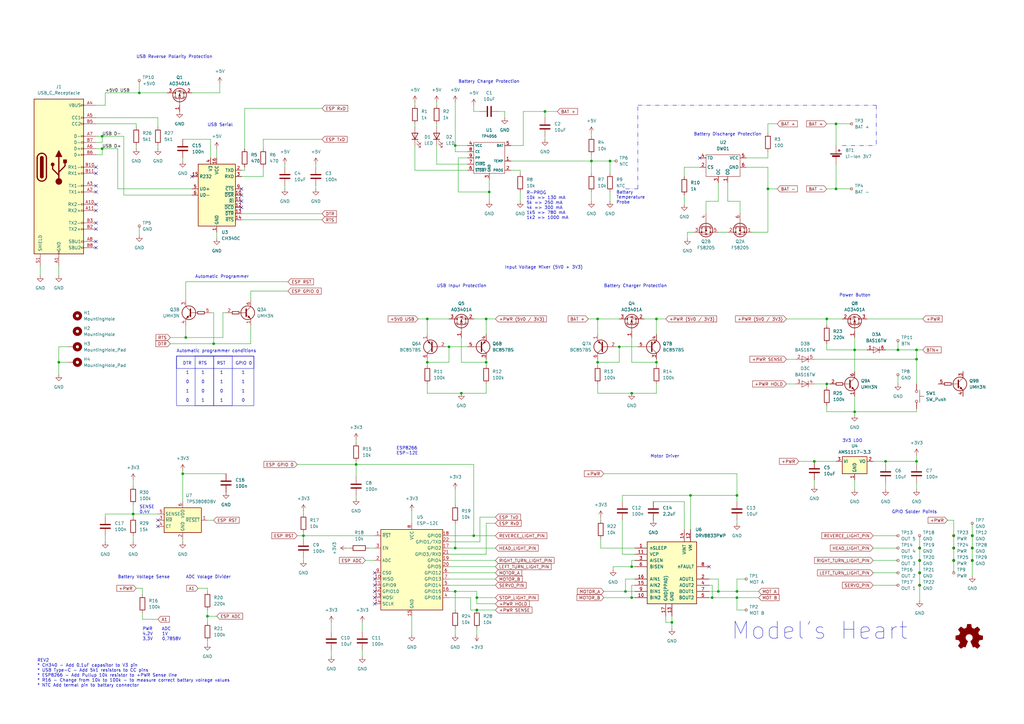
<source format=kicad_sch>
(kicad_sch (version 20230121) (generator eeschema)
  (paper "A3")
  (title_block (title "Model's Heart") (date "2023-12-16") (rev "2") (company "kushlavr@gmail.com") (comment 1 "https://github.com/KushlaVR/models-heart"))
  (junction (at 200.66 78.74))
  (junction (at 54.61 210.82))
  (junction (at 342.9 50.8))
  (junction (at 350.52 143.51))
  (junction (at 41.91 55.88))
  (junction (at 391.16 224.79))
  (junction (at 199.39 148.59))
  (junction (at 377.19 240.03))
  (junction (at 342.9 77.47))
  (junction (at 186.69 242.57))
  (junction (at 375.92 147.32))
  (junction (at 391.16 219.71))
  (junction (at 146.05 190.5))
  (junction (at 269.24 130.81))
  (junction (at 184.15 142.24))
  (junction (at 41.91 60.96))
  (junction (at 398.78 219.71))
  (junction (at 294.64 242.57))
  (junction (at 375.92 189.23))
  (junction (at 377.19 224.79))
  (junction (at 199.39 130.81))
  (junction (at 195.58 250.19))
  (junction (at 124.46 219.71))
  (junction (at 363.22 189.23))
  (junction (at 259.08 245.11))
  (junction (at 186.69 59.69))
  (junction (at 186.69 224.79))
  (junction (at 175.26 130.81))
  (junction (at 302.26 242.57))
  (junction (at 375.92 143.51))
  (junction (at 275.59 255.27))
  (junction (at 189.23 161.29))
  (junction (at 245.11 148.59))
  (junction (at 377.19 234.95))
  (junction (at 259.08 232.41))
  (junction (at 339.09 130.81))
  (junction (at 283.21 203.2))
  (junction (at 24.13 148.59))
  (junction (at 76.2 138.43))
  (junction (at 259.08 161.29))
  (junction (at 223.52 45.72))
  (junction (at 256.54 242.57))
  (junction (at 57.15 38.1))
  (junction (at 242.57 66.04))
  (junction (at 302.26 203.2))
  (junction (at 85.09 252.73))
  (junction (at 398.78 224.79))
  (junction (at 334.01 189.23))
  (junction (at 87.63 140.97))
  (junction (at 195.58 245.11))
  (junction (at 368.3 143.51))
  (junction (at 194.31 219.71))
  (junction (at 377.19 229.87))
  (junction (at 245.11 130.81))
  (junction (at 269.24 148.59))
  (junction (at 302.26 245.11))
  (junction (at 339.09 157.48))
  (junction (at 350.52 168.91))
  (junction (at 254 142.24))
  (junction (at 292.1 245.11))
  (junction (at 398.78 229.87))
  (junction (at 74.93 194.31))
  (junction (at 175.26 148.59))
  (junction (at 314.96 77.47))
  (junction (at 391.16 229.87))
  (junction (at 250.19 66.04))
  (no_connect (at 39.37 71.12))
  (no_connect (at 39.37 99.06))
  (no_connect (at 39.37 101.6))
  (no_connect (at 64.77 215.9))
  (no_connect (at 290.83 232.41))
  (no_connect (at 153.67 247.65))
  (no_connect (at 99.06 77.47))
  (no_connect (at 153.67 237.49))
  (no_connect (at 99.06 82.55))
  (no_connect (at 39.37 83.82))
  (no_connect (at 99.06 85.09))
  (no_connect (at 99.06 80.01))
  (no_connect (at 153.67 240.03))
  (no_connect (at 64.77 213.36))
  (no_connect (at 39.37 93.98))
  (no_connect (at 39.37 76.2))
  (no_connect (at 153.67 234.95))
  (no_connect (at 153.67 242.57))
  (no_connect (at 78.74 72.39))
  (no_connect (at 39.37 91.44))
  (no_connect (at 39.37 86.36))
  (no_connect (at 287.02 64.77))
  (no_connect (at 39.37 68.58))
  (no_connect (at 153.67 245.11))
  (no_connect (at 39.37 78.74))
  (wire (pts (xy 306.07 237.49) (xy 302.26 237.49)))
  (wire (pts (xy 349.25 50.8) (xy 342.9 50.8)))
  (wire (pts (xy 195.58 247.65) (xy 195.58 245.11)))
  (wire (pts (xy 280.67 80.01) (xy 280.67 83.82)))
  (wire (pts (xy 302.26 203.2) (xy 302.26 205.74)))
  (wire (pts (xy 350.52 138.43) (xy 350.52 143.51)))
  (wire (pts (xy 375.92 189.23) (xy 375.92 190.5)))
  (wire (pts (xy 58.42 254) (xy 64.77 254)))
  (wire (pts (xy 302.26 237.49) (xy 302.26 242.57)))
  (wire (pts (xy 76.2 123.19) (xy 76.2 115.57)))
  (wire (pts (xy 39.37 58.42) (xy 41.91 58.42)))
  (wire (pts (xy 184.15 242.57) (xy 186.69 242.57)))
  (wire (pts (xy 107.95 72.39) (xy 107.95 68.58)))
  (wire (pts (xy 322.58 147.32) (xy 326.39 147.32)))
  (wire (pts (xy 184.15 234.95) (xy 203.2 234.95)))
  (wire (pts (xy 179.07 59.69) (xy 179.07 67.31)))
  (wire (pts (xy 314.96 50.8) (xy 314.96 54.61)))
  (wire (pts (xy 194.31 130.81) (xy 199.39 130.81)))
  (wire (pts (xy 41.91 60.96) (xy 39.37 60.96)))
  (wire (pts (xy 358.14 219.71) (xy 368.3 219.71)))
  (wire (pts (xy 375.92 143.51) (xy 375.92 147.32)))
  (wire (pts (xy 358.14 240.03) (xy 368.3 240.03)))
  (wire (pts (xy 186.69 59.69) (xy 186.69 41.91)))
  (wire (pts (xy 269.24 130.81) (xy 269.24 137.16)))
  (wire (pts (xy 358.14 229.87) (xy 368.3 229.87)))
  (wire (pts (xy 260.35 240.03) (xy 259.08 240.03)))
  (polyline (pts (xy 359.41 43.18) (xy 359.41 59.69)) (stroke (width 0) (type dash_dot_dot)))
  (wire (pts (xy 302.26 194.31) (xy 302.26 203.2)))
  (wire (pts (xy 184.15 232.41) (xy 203.2 232.41)))
  (wire (pts (xy 214.63 59.69) (xy 209.55 59.69)))
  (wire (pts (xy 58.42 254) (xy 58.42 251.46)))
  (wire (pts (xy 214.63 45.72) (xy 223.52 45.72)))
  (wire (pts (xy 24.13 153.67) (xy 24.13 148.59)))
  (wire (pts (xy 64.77 210.82) (xy 54.61 210.82)))
  (wire (pts (xy 43.18 43.18) (xy 39.37 43.18)))
  (wire (pts (xy 375.92 186.69) (xy 375.92 189.23)))
  (wire (pts (xy 78.74 38.1) (xy 90.17 38.1)))
  (wire (pts (xy 129.54 68.58) (xy 129.54 67.31)))
  (wire (pts (xy 280.67 72.39) (xy 280.67 68.58)))
  (wire (pts (xy 184.15 219.71) (xy 194.31 219.71)))
  (wire (pts (xy 302.26 242.57) (xy 311.15 242.57)))
  (wire (pts (xy 339.09 168.91) (xy 350.52 168.91)))
  (wire (pts (xy 302.26 213.36) (xy 302.26 214.63)))
  (wire (pts (xy 275.59 252.73) (xy 275.59 255.27)))
  (wire (pts (xy 184.15 148.59) (xy 175.26 148.59)))
  (wire (pts (xy 184.15 229.87) (xy 203.2 229.87)))
  (wire (pts (xy 250.19 66.04) (xy 250.19 71.12)))
  (wire (pts (xy 375.92 147.32) (xy 375.92 157.48)))
  (wire (pts (xy 294.64 242.57) (xy 290.83 242.57)))
  (wire (pts (xy 100.33 68.58) (xy 100.33 69.85)))
  (wire (pts (xy 259.08 229.87) (xy 259.08 232.41)))
  (wire (pts (xy 170.18 59.69) (xy 170.18 69.85)))
  (wire (pts (xy 259.08 138.43) (xy 259.08 148.59)))
  (wire (pts (xy 64.77 48.26) (xy 39.37 48.26)))
  (wire (pts (xy 242.57 66.04) (xy 250.19 66.04)))
  (wire (pts (xy 187.96 64.77) (xy 187.96 78.74)))
  (wire (pts (xy 363.22 198.12) (xy 363.22 200.66)))
  (wire (pts (xy 186.69 224.79) (xy 186.69 214.63)))
  (wire (pts (xy 213.36 78.74) (xy 213.36 82.55)))
  (wire (pts (xy 290.83 237.49) (xy 294.64 237.49)))
  (wire (pts (xy 100.33 44.45) (xy 132.08 44.45)))
  (wire (pts (xy 55.88 50.8) (xy 39.37 50.8)))
  (wire (pts (xy 388.62 213.36) (xy 391.16 213.36)))
  (wire (pts (xy 57.15 92.71) (xy 57.15 96.52)))
  (wire (pts (xy 189.23 138.43) (xy 189.23 148.59)))
  (wire (pts (xy 334.01 157.48) (xy 339.09 157.48)))
  (wire (pts (xy 292.1 240.03) (xy 292.1 245.11)))
  (wire (pts (xy 189.23 148.59) (xy 199.39 148.59)))
  (wire (pts (xy 191.77 64.77) (xy 187.96 64.77)))
  (wire (pts (xy 199.39 157.48) (xy 199.39 161.29)))
  (wire (pts (xy 245.11 147.32) (xy 245.11 148.59)))
  (wire (pts (xy 247.65 242.57) (xy 256.54 242.57)))
  (wire (pts (xy 74.93 64.77) (xy 74.93 66.04)))
  (wire (pts (xy 213.36 69.85) (xy 213.36 71.12)))
  (wire (pts (xy 377.19 240.03) (xy 377.19 246.38)))
  (wire (pts (xy 294.64 237.49) (xy 294.64 242.57)))
  (wire (pts (xy 314.96 68.58) (xy 306.07 68.58)))
  (wire (pts (xy 339.09 166.37) (xy 339.09 168.91)))
  (wire (pts (xy 41.91 55.88) (xy 39.37 55.88)))
  (wire (pts (xy 349.25 77.47) (xy 342.9 77.47)))
  (wire (pts (xy 246.38 224.79) (xy 246.38 220.98)))
  (wire (pts (xy 269.24 157.48) (xy 269.24 161.29)))
  (wire (pts (xy 252.73 66.04) (xy 250.19 66.04)))
  (wire (pts (xy 41.91 58.42) (xy 41.91 55.88)))
  (wire (pts (xy 350.52 196.85) (xy 350.52 200.66)))
  (wire (pts (xy 90.17 38.1) (xy 90.17 34.29)))
  (wire (pts (xy 55.88 241.3) (xy 58.42 241.3)))
  (wire (pts (xy 339.09 130.81) (xy 339.09 133.35)))
  (wire (pts (xy 149.86 229.87) (xy 153.67 229.87)))
  (wire (pts (xy 182.88 142.24) (xy 184.15 142.24)))
  (wire (pts (xy 55.88 52.07) (xy 55.88 50.8)))
  (wire (pts (xy 342.9 50.8) (xy 342.9 59.69)))
  (wire (pts (xy 292.1 245.11) (xy 302.26 245.11)))
  (wire (pts (xy 69.85 140.97) (xy 87.63 140.97)))
  (wire (pts (xy 342.9 50.8) (xy 339.09 50.8)))
  (wire (pts (xy 350.52 168.91) (xy 375.92 168.91)))
  (wire (pts (xy 85.09 262.89) (xy 85.09 264.16)))
  (wire (pts (xy 142.24 224.79) (xy 143.51 224.79)))
  (wire (pts (xy 269.24 147.32) (xy 269.24 148.59)))
  (wire (pts (xy 116.84 76.2) (xy 116.84 77.47)))
  (wire (pts (xy 254 142.24) (xy 254 148.59)))
  (wire (pts (xy 241.3 130.81) (xy 245.11 130.81)))
  (wire (pts (xy 116.84 67.31) (xy 116.84 68.58)))
  (wire (pts (xy 175.26 130.81) (xy 175.26 137.16)))
  (wire (pts (xy 294.64 242.57) (xy 302.26 242.57)))
  (wire (pts (xy 148.59 255.27) (xy 148.59 259.08)))
  (wire (pts (xy 43.18 219.71) (xy 43.18 222.25)))
  (wire (pts (xy 43.18 38.1) (xy 57.15 38.1)))
  (wire (pts (xy 170.18 50.8) (xy 170.18 52.07)))
  (wire (pts (xy 246.38 212.09) (xy 246.38 213.36)))
  (wire (pts (xy 302.26 250.19) (xy 302.26 245.11)))
  (wire (pts (xy 102.87 119.38) (xy 118.11 119.38)))
  (wire (pts (xy 179.07 50.8) (xy 179.07 52.07)))
  (wire (pts (xy 85.09 252.73) (xy 85.09 255.27)))
  (wire (pts (xy 199.39 161.29) (xy 189.23 161.29)))
  (wire (pts (xy 281.94 95.25) (xy 284.48 95.25)))
  (wire (pts (xy 54.61 196.85) (xy 54.61 199.39)))
  (wire (pts (xy 186.69 242.57) (xy 195.58 242.57)))
  (wire (pts (xy 175.26 148.59) (xy 175.26 149.86)))
  (wire (pts (xy 245.11 130.81) (xy 245.11 137.16)))
  (wire (pts (xy 398.78 229.87) (xy 398.78 236.22)))
  (wire (pts (xy 54.61 207.01) (xy 54.61 210.82)))
  (wire (pts (xy 186.69 242.57) (xy 186.69 250.19)))
  (wire (pts (xy 124.46 209.55) (xy 124.46 210.82)))
  (wire (pts (xy 193.04 250.19) (xy 195.58 250.19)))
  (wire (pts (xy 255.27 227.33) (xy 260.35 227.33)))
  (wire (pts (xy 132.08 57.15) (xy 107.95 57.15)))
  (wire (pts (xy 88.9 252.73) (xy 85.09 252.73)))
  (wire (pts (xy 168.91 252.73) (xy 168.91 260.35)))
  (wire (pts (xy 195.58 250.19) (xy 203.2 250.19)))
  (wire (pts (xy 194.31 190.5) (xy 194.31 219.71)))
  (wire (pts (xy 269.24 161.29) (xy 259.08 161.29)))
  (wire (pts (xy 81.28 241.3) (xy 85.09 241.3)))
  (wire (pts (xy 146.05 190.5) (xy 194.31 190.5)))
  (wire (pts (xy 58.42 243.84) (xy 58.42 241.3)))
  (wire (pts (xy 255.27 203.2) (xy 255.27 205.74)))
  (wire (pts (xy 91.44 128.27) (xy 92.71 128.27)))
  (wire (pts (xy 255.27 213.36) (xy 255.27 227.33)))
  (wire (pts (xy 303.53 82.55) (xy 303.53 87.63)))
  (wire (pts (xy 339.09 157.48) (xy 340.36 157.48)))
  (wire (pts (xy 195.58 242.57) (xy 195.58 245.11)))
  (wire (pts (xy 322.58 157.48) (xy 326.39 157.48)))
  (wire (pts (xy 377.19 234.95) (xy 377.19 240.03)))
  (wire (pts (xy 50.8 80.01) (xy 78.74 80.01)))
  (wire (pts (xy 377.19 224.79) (xy 377.19 229.87)))
  (wire (pts (xy 41.91 60.96) (xy 48.26 60.96)))
  (wire (pts (xy 64.77 52.07) (xy 64.77 48.26)))
  (wire (pts (xy 375.92 198.12) (xy 375.92 200.66)))
  (wire (pts (xy 171.45 130.81) (xy 175.26 130.81)))
  (wire (pts (xy 43.18 210.82) (xy 54.61 210.82)))
  (wire (pts (xy 250.19 78.74) (xy 250.19 82.55)))
  (wire (pts (xy 148.59 266.7) (xy 148.59 269.24)))
  (wire (pts (xy 99.06 90.17) (xy 132.08 90.17)))
  (wire (pts (xy 191.77 62.23) (xy 186.69 62.23)))
  (wire (pts (xy 260.35 237.49) (xy 256.54 237.49)))
  (wire (pts (xy 54.61 219.71) (xy 54.61 222.25)))
  (wire (pts (xy 199.39 227.33) (xy 184.15 227.33)))
  (wire (pts (xy 102.87 133.35) (xy 102.87 140.97)))
  (wire (pts (xy 146.05 189.23) (xy 146.05 190.5)))
  (wire (pts (xy 302.26 203.2) (xy 283.21 203.2)))
  (wire (pts (xy 184.15 237.49) (xy 203.2 237.49)))
  (wire (pts (xy 99.06 87.63) (xy 132.08 87.63)))
  (wire (pts (xy 398.78 219.71) (xy 398.78 224.79)))
  (wire (pts (xy 280.67 205.74) (xy 280.67 217.17)))
  (wire (pts (xy 135.89 255.27) (xy 135.89 259.08)))
  (wire (pts (xy 195.58 245.11) (xy 203.2 245.11)))
  (wire (pts (xy 193.04 245.11) (xy 184.15 245.11)))
  (wire (pts (xy 48.26 77.47) (xy 78.74 77.47)))
  (wire (pts (xy 358.14 234.95) (xy 368.3 234.95)))
  (wire (pts (xy 196.85 212.09) (xy 203.2 212.09)))
  (wire (pts (xy 345.44 130.81) (xy 339.09 130.81)))
  (wire (pts (xy 306.07 64.77) (xy 314.96 64.77)))
  (wire (pts (xy 289.56 82.55) (xy 289.56 87.63)))
  (wire (pts (xy 207.01 45.72) (xy 207.01 48.26)))
  (wire (pts (xy 298.45 95.25) (xy 294.64 95.25)))
  (wire (pts (xy 350.52 143.51) (xy 350.52 152.4)))
  (wire (pts (xy 175.26 161.29) (xy 189.23 161.29)))
  (wire (pts (xy 194.31 45.72) (xy 196.85 45.72)))
  (wire (pts (xy 85.09 241.3) (xy 85.09 242.57)))
  (wire (pts (xy 391.16 213.36) (xy 391.16 219.71)))
  (wire (pts (xy 246.38 224.79) (xy 260.35 224.79)))
  (wire (pts (xy 74.93 57.15) (xy 86.36 57.15)))
  (polyline (pts (xy 261.62 77.47) (xy 261.62 43.18)) (stroke (width 0) (type dash_dot_dot)))
  (wire (pts (xy 124.46 219.71) (xy 153.67 219.71)))
  (wire (pts (xy 368.3 143.51) (xy 375.92 143.51)))
  (polyline (pts (xy 256.54 77.47) (xy 261.62 77.47)) (stroke (width 0) (type dash_dot_dot)))
  (wire (pts (xy 204.47 45.72) (xy 207.01 45.72)))
  (wire (pts (xy 377.19 219.71) (xy 377.19 224.79)))
  (wire (pts (xy 74.93 193.04) (xy 74.93 194.31)))
  (wire (pts (xy 199.39 147.32) (xy 199.39 148.59)))
  (wire (pts (xy 99.06 72.39) (xy 107.95 72.39)))
  (wire (pts (xy 16.51 109.22) (xy 16.51 113.03)))
  (wire (pts (xy 254 130.81) (xy 245.11 130.81)))
  (wire (pts (xy 87.63 140.97) (xy 102.87 140.97)))
  (wire (pts (xy 41.91 63.5) (xy 41.91 60.96)))
  (wire (pts (xy 259.08 245.11) (xy 260.35 245.11)))
  (wire (pts (xy 280.67 68.58) (xy 287.02 68.58)))
  (wire (pts (xy 179.07 67.31) (xy 191.77 67.31)))
  (wire (pts (xy 57.15 33.02) (xy 57.15 38.1)))
  (wire (pts (xy 186.69 257.81) (xy 186.69 260.35)))
  (wire (pts (xy 146.05 190.5) (xy 146.05 195.58)))
  (wire (pts (xy 339.09 158.75) (xy 339.09 157.48)))
  (wire (pts (xy 339.09 143.51) (xy 350.52 143.51)))
  (wire (pts (xy 170.18 41.91) (xy 170.18 43.18)))
  (wire (pts (xy 199.39 130.81) (xy 203.2 130.81)))
  (wire (pts (xy 269.24 130.81) (xy 273.05 130.81)))
  (wire (pts (xy 69.85 138.43) (xy 76.2 138.43)))
  (wire (pts (xy 242.57 54.61) (xy 242.57 55.88)))
  (wire (pts (xy 186.69 62.23) (xy 186.69 59.69)))
  (wire (pts (xy 242.57 66.04) (xy 242.57 71.12)))
  (wire (pts (xy 245.11 157.48) (xy 245.11 161.29)))
  (wire (pts (xy 294.64 82.55) (xy 289.56 82.55)))
  (wire (pts (xy 260.35 232.41) (xy 259.08 232.41)))
  (wire (pts (xy 318.77 50.8) (xy 314.96 50.8)))
  (wire (pts (xy 252.73 142.24) (xy 254 142.24)))
  (wire (pts (xy 175.26 147.32) (xy 175.26 148.59)))
  (wire (pts (xy 179.07 41.91) (xy 179.07 43.18)))
  (wire (pts (xy 368.3 143.51) (xy 368.3 139.7)))
  (wire (pts (xy 168.91 209.55) (xy 168.91 214.63)))
  (wire (pts (xy 245.11 161.29) (xy 259.08 161.29)))
  (wire (pts (xy 281.94 97.79) (xy 281.94 95.25)))
  (wire (pts (xy 398.78 224.79) (xy 398.78 229.87)))
  (wire (pts (xy 334.01 196.85) (xy 334.01 199.39)))
  (wire (pts (xy 48.26 60.96) (xy 48.26 77.47)))
  (wire (pts (xy 255.27 203.2) (xy 283.21 203.2)))
  (wire (pts (xy 260.35 229.87) (xy 259.08 229.87)))
  (wire (pts (xy 199.39 148.59) (xy 199.39 149.86)))
  (wire (pts (xy 339.09 143.51) (xy 339.09 140.97)))
  (wire (pts (xy 256.54 242.57) (xy 260.35 242.57)))
  (wire (pts (xy 135.89 266.7) (xy 135.89 269.24)))
  (wire (pts (xy 194.31 219.71) (xy 203.2 219.71)))
  (wire (pts (xy 186.69 224.79) (xy 203.2 224.79)))
  (wire (pts (xy 363.22 189.23) (xy 363.22 190.5)))
  (wire (pts (xy 24.13 109.22) (xy 24.13 113.03)))
  (wire (pts (xy 350.52 170.18) (xy 350.52 168.91)))
  (wire (pts (xy 196.85 222.25) (xy 184.15 222.25)))
  (wire (pts (xy 124.46 219.71) (xy 124.46 220.98)))
  (wire (pts (xy 199.39 214.63) (xy 203.2 214.63)))
  (wire (pts (xy 64.77 59.69) (xy 64.77 60.96)))
  (wire (pts (xy 350.52 162.56) (xy 350.52 168.91)))
  (wire (pts (xy 350.52 143.51) (xy 355.6 143.51)))
  (wire (pts (xy 194.31 43.18) (xy 194.31 45.72)))
  (wire (pts (xy 223.52 45.72) (xy 228.6 45.72)))
  (wire (pts (xy 273.05 252.73) (xy 273.05 255.27)))
  (wire (pts (xy 200.66 73.66) (xy 200.66 78.74)))
  (wire (pts (xy 74.93 194.31) (xy 74.93 205.74)))
  (wire (pts (xy 314.96 68.58) (xy 314.96 77.47)))
  (wire (pts (xy 269.24 148.59) (xy 269.24 149.86)))
  (wire (pts (xy 54.61 210.82) (xy 54.61 212.09)))
  (wire (pts (xy 275.59 255.27) (xy 275.59 257.81)))
  (wire (pts (xy 292.1 245.11) (xy 290.83 245.11)))
  (wire (pts (xy 259.08 240.03) (xy 259.08 245.11)))
  (wire (pts (xy 184.15 130.81) (xy 175.26 130.81)))
  (wire (pts (xy 251.46 232.41) (xy 251.46 233.68)))
  (wire (pts (xy 355.6 130.81) (xy 378.46 130.81)))
  (wire (pts (xy 43.18 212.09) (xy 43.18 210.82)))
  (wire (pts (xy 124.46 218.44) (xy 124.46 219.71)))
  (wire (pts (xy 342.9 77.47) (xy 339.09 77.47)))
  (wire (pts (xy 184.15 240.03) (xy 203.2 240.03)))
  (wire (pts (xy 358.14 224.79) (xy 368.3 224.79)))
  (wire (pts (xy 102.87 123.19) (xy 102.87 119.38)))
  (wire (pts (xy 24.13 142.24) (xy 27.94 142.24)))
  (wire (pts (xy 273.05 255.27) (xy 275.59 255.27)))
  (wire (pts (xy 254 148.59) (xy 245.11 148.59)))
  (wire (pts (xy 283.21 203.2) (xy 283.21 217.17)))
  (wire (pts (xy 24.13 148.59) (xy 24.13 142.24)))
  (wire (pts (xy 391.16 224.79) (xy 391.16 229.87)))
  (wire (pts (xy 184.15 142.24) (xy 184.15 148.59)))
  (wire (pts (xy 314.96 95.25) (xy 314.96 77.47)))
  (wire (pts (xy 391.16 229.87) (xy 391.16 234.95)))
  (wire (pts (xy 254 142.24) (xy 261.62 142.24)))
  (wire (pts (xy 256.54 237.49) (xy 256.54 242.57)))
  (wire (pts (xy 247.65 245.11) (xy 259.08 245.11)))
  (wire (pts (xy 50.8 55.88) (xy 50.8 80.01)))
  (wire (pts (xy 308.61 95.25) (xy 314.96 95.25)))
  (wire (pts (xy 196.85 212.09) (xy 196.85 222.25)))
  (wire (pts (xy 151.13 224.79) (xy 153.67 224.79)))
  (wire (pts (xy 76.2 138.43) (xy 91.44 138.43)))
  (wire (pts (xy 298.45 74.93) (xy 298.45 82.55)))
  (polyline (pts (xy 345.44 59.69) (xy 359.41 59.69)) (stroke (width 0) (type dash_dot_dot)))
  (wire (pts (xy 57.15 38.1) (xy 68.58 38.1)))
  (wire (pts (xy 87.63 128.27) (xy 87.63 140.97)))
  (wire (pts (xy 294.64 74.93) (xy 294.64 82.55)))
  (wire (pts (xy 398.78 214.63) (xy 398.78 219.71)))
  (wire (pts (xy 186.69 200.66) (xy 186.69 207.01)))
  (wire (pts (xy 264.16 130.81) (xy 269.24 130.81)))
  (wire (pts (xy 92.71 194.31) (xy 74.93 194.31)))
  (wire (pts (xy 76.2 133.35) (xy 76.2 138.43)))
  (wire (pts (xy 184.15 224.79) (xy 186.69 224.79)))
  (wire (pts (xy 358.14 189.23) (xy 363.22 189.23)))
  (wire (pts (xy 267.97 205.74) (xy 280.67 205.74)))
  (wire (pts (xy 306.07 250.19) (xy 302.26 250.19)))
  (wire (pts (xy 302.26 245.11) (xy 311.15 245.11)))
  (wire (pts (xy 298.45 82.55) (xy 303.53 82.55)))
  (wire (pts (xy 314.96 64.77) (xy 314.96 62.23)))
  (wire (pts (xy 378.46 143.51) (xy 375.92 143.51)))
  (wire (pts (xy 322.58 130.81) (xy 339.09 130.81)))
  (wire (pts (xy 129.54 77.47) (xy 129.54 76.2)))
  (wire (pts (xy 74.93 222.25) (xy 74.93 220.98)))
  (wire (pts (xy 76.2 115.57) (xy 118.11 115.57)))
  (wire (pts (xy 86.36 57.15) (xy 86.36 64.77)))
  (wire (pts (xy 107.95 57.15) (xy 107.95 60.96)))
  (wire (pts (xy 146.05 190.5) (xy 121.92 190.5)))
  (wire (pts (xy 245.11 148.59) (xy 245.11 149.86)))
  (wire (pts (xy 342.9 67.31) (xy 342.9 77.47)))
  (wire (pts (xy 87.63 128.27) (xy 86.36 128.27)))
  (wire (pts (xy 314.96 77.47) (xy 318.77 77.47)))
  (wire (pts (xy 391.16 219.71) (xy 391.16 224.79)))
  (wire (pts (xy 191.77 59.69) (xy 186.69 59.69)))
  (wire (pts (xy 259.08 148.59) (xy 269.24 148.59)))
  (wire (pts (xy 85.09 250.19) (xy 85.09 252.73)))
  (wire (pts (xy 124.46 228.6) (xy 124.46 229.87)))
  (wire (pts (xy 193.04 250.19) (xy 193.04 245.11)))
  (wire (pts (xy 41.91 55.88) (xy 50.8 55.88)))
  (wire (pts (xy 187.96 78.74) (xy 200.66 78.74)))
  (wire (pts (xy 184.15 142.24) (xy 191.77 142.24)))
  (wire (pts (xy 290.83 240.03) (xy 292.1 240.03)))
  (wire (pts (xy 24.13 148.59) (xy 27.94 148.59)))
  (wire (pts (xy 146.05 203.2) (xy 146.05 204.47)))
  (wire (pts (xy 91.44 138.43) (xy 91.44 128.27)))
  (wire (pts (xy 242.57 63.5) (xy 242.57 66.04)))
  (wire (pts (xy 223.52 55.88) (xy 223.52 57.15)))
  (wire (pts (xy 363.22 189.23) (xy 375.92 189.23)))
  (polyline (pts (xy 261.62 43.18) (xy 359.41 43.18)) (stroke (width 0) (type dash_dot_dot)))
  (wire (pts (xy 327.66 189.23) (xy 334.01 189.23)))
  (wire (pts (xy 247.65 194.31) (xy 302.26 194.31)))
  (wire (pts (xy 334.01 147.32) (xy 375.92 147.32)))
  (wire (pts (xy 251.46 232.41) (xy 259.08 232.41)))
  (wire (pts (xy 88.9 60.96) (xy 88.9 64.77)))
  (wire (pts (xy 146.05 180.34) (xy 146.05 181.61)))
  (wire (pts (xy 88.9 95.25) (xy 88.9 97.79)))
  (wire (pts (xy 363.22 143.51) (xy 368.3 143.51)))
  (wire (pts (xy 191.77 69.85) (xy 170.18 69.85)))
  (wire (pts (xy 43.18 38.1) (xy 43.18 43.18)))
  (wire (pts (xy 195.58 257.81) (xy 195.58 260.35)))
  (wire (pts (xy 203.2 247.65) (xy 195.58 247.65)))
  (wire (pts (xy 100.33 60.96) (xy 100.33 44.45)))
  (wire (pts (xy 100.33 69.85) (xy 99.06 69.85)))
  (wire (pts (xy 39.37 63.5) (xy 41.91 63.5)))
  (wire (pts (xy 242.57 78.74) (xy 242.57 82.55)))
  (wire (pts (xy 375.92 168.91) (xy 375.92 167.64)))
  (wire (pts (xy 199.39 214.63) (xy 199.39 227.33)))
  (wire (pts (xy 85.09 213.36) (xy 87.63 213.36)))
  (wire (pts (xy 200.66 78.74) (xy 200.66 82.55)))
  (wire (pts (xy 55.88 59.69) (xy 55.88 60.96)))
  (wire (pts (xy 209.55 66.04) (xy 242.57 66.04)))
  (wire (pts (xy 199.39 130.81) (xy 199.39 137.16)))
  (wire (pts (xy 175.26 157.48) (xy 175.26 161.29)))
  (wire (pts (xy 121.92 219.71) (xy 124.46 219.71)))
  (wire (pts (xy 209.55 69.85) (xy 213.36 69.85)))
  (wire (pts (xy 377.19 229.87) (xy 377.19 234.95)))
  (wire (pts (xy 368.3 153.67) (xy 368.3 157.48)))
  (wire (pts (xy 214.63 45.72) (xy 214.63 59.69)))
  (wire (pts (xy 334.01 189.23) (xy 342.9 189.23)))
  (wire (pts (xy 223.52 45.72) (xy 223.52 48.26)))
  (rectangle (start 87.63 146.05) (end 95.25 166.37))
  (rectangle (start 72.39 146.05) (end 104.14 166.37))
  (rectangle (start 72.39 146.05) (end 104.14 151.13))
  (rectangle (start 80.01 146.05) (end 87.63 166.37))
  (text "Input Voltage Mixer (5V0 + 3V3)" (at 207.01 110.49 0) (effects (font (size 1.27 1.27)) (justify left bottom)))
  (text "Model's Heart" (at 299.72 262.89 0) (effects (font (size 7 7)) (justify left bottom)))
  (text "0" (at 76.2 157.48 0) (effects (font (size 1.27 1.27)) (justify left bottom)))
  (text "USB Reverse Polarity Protection" (at 55.88 24.13 0) (effects (font (size 1.27 1.27)) (justify left bottom)))
  (text "Battary \nTemperature \nProbe" (at 252.73 83.82 0) (effects (font (size 1.27 1.27)) (justify left bottom)))
  (text "1" (at 99.06 153.67 0) (effects (font (size 1.27 1.27)) (justify left bottom)))
  (text "RTS" (at 81.28 149.86 0) (effects (font (size 1.27 1.27)) (justify left bottom)))
  (text "1" (at 99.06 161.29 0) (effects (font (size 1.27 1.27)) (justify left bottom)))
  (text "DTR" (at 74.93 149.86 0) (effects (font (size 1.27 1.27)) (justify left bottom)))
  (text "ESP8266\nESP-12E" (at 162.56 186.69 0) (effects (font (size 1.27 1.27)) (justify left bottom)))
  (text "RST" (at 88.9 149.86 0) (effects (font (size 1.27 1.27)) (justify left bottom)))
  (text "0" (at 76.2 165.1 0) (effects (font (size 1.27 1.27)) (justify left bottom)))
  (text "Battery Charger Protection\n" (at 247.65 118.11 0) (effects (font (size 1.27 1.27)) (justify left bottom)))
  (text "ADC Volage Divider" (at 76.2 237.49 0) (effects (font (size 1.27 1.27)) (justify left bottom)))
  (text "1" (at 76.2 153.67 0) (effects (font (size 1.27 1.27)) (justify left bottom)))
  (text "1" (at 82.55 153.67 0) (effects (font (size 1.27 1.27)) (justify left bottom)))
  (text "REV2\n* CH340 - Add 0.1uF capasitor to V3 pin\n* USB Type-C - Add 5k1 resistors to CC pins\n* ESP8266 - Add Pullup 10k resistor to +PWR Sense line\n* R16 - Change from 10k to 100k - to measure correct battary volrage values\n* NTC Add termal pin to battary connector" (at 15.24 281.94 0) (effects (font (size 1.27 1.27)) (justify left bottom)))
  (text "USB Inpur Protection\n" (at 179.07 118.11 0) (effects (font (size 1.27 1.27)) (justify left bottom)))
  (text "GPIO Solder Points\n" (at 365.76 210.82 0) (effects (font (size 1.27 1.27)) (justify left bottom)))
  (text "R-PROG\n10k => 130 mA\n5k => 250 mA\n4k => 300 mA\n1k5 => 780 mA\n1k2 => 1000 mA" (at 215.9 90.17 0) (effects (font (size 1.27 1.27)) (justify left bottom)))
  (text "Automatic Programmer" (at 80.01 114.3 0) (effects (font (size 1.27 1.27)) (justify left bottom)))
  (text "Motor Driver" (at 266.7 187.96 0) (effects (font (size 1.27 1.27)) (justify left bottom)))
  (text "0" (at 99.06 165.1 0) (effects (font (size 1.27 1.27)) (justify left bottom)))
  (text "1" (at 99.06 157.48 0) (effects (font (size 1.27 1.27)) (justify left bottom)))
  (text "Battery Charge Protection" (at 187.96 34.29 0) (effects (font (size 1.27 1.27)) (justify left bottom)))
  (text "Automatic programmer conditions" (at 72.39 144.78 0) (effects (font (size 1.27 1.27)) (justify left bottom)))
  (text "PWR    ADC\n4.2V    1V\n3,3V    0,7858V" (at 58.42 262.89 0) (effects (font (size 1.27 1.27)) (justify left bottom)))
  (text "USB Serial" (at 85.09 52.07 0) (effects (font (size 1.27 1.27)) (justify left bottom)))
  (text "1" (at 82.55 165.1 0) (effects (font (size 1.27 1.27)) (justify left bottom)))
  (text "Power Button" (at 344.17 121.92 0) (effects (font (size 1.27 1.27)) (justify left bottom)))
  (text "Battery Voltage Sense\n" (at 48.26 237.49 0) (effects (font (size 1.27 1.27)) (justify left bottom)))
  (text "0" (at 82.55 157.48 0) (effects (font (size 1.27 1.27)) (justify left bottom)))
  (text "1" (at 90.17 157.48 0) (effects (font (size 1.27 1.27)) (justify left bottom)))
  (text "SENSE\n0.4V" (at 57.15 210.82 0) (effects (font (size 1.27 1.27)) (justify left bottom)))
  (text "GPIO 0" (at 96.52 149.86 0) (effects (font (size 1.27 1.27)) (justify left bottom)))
  (text "1" (at 90.17 153.67 0) (effects (font (size 1.27 1.27)) (justify left bottom)))
  (text "1" (at 90.17 165.1 0) (effects (font (size 1.27 1.27)) (justify left bottom)))
  (text "Battery Discharge Protection" (at 284.48 55.88 0) (effects (font (size 1.27 1.27)) (justify left bottom)))
  (text "3V3 LDO" (at 345.44 181.61 0) (effects (font (size 1.27 1.27)) (justify left bottom)))
  (text "1" (at 76.2 161.29 0) (effects (font (size 1.27 1.27)) (justify left bottom)))
  (text "0" (at 90.17 161.29 0) (effects (font (size 1.27 1.27)) (justify left bottom)))
  (text "0" (at 82.55 161.29 0) (effects (font (size 1.27 1.27)) (justify left bottom)))
  (label "+5V0 USB" (at 43.18 38.1 0))
  (label "USB D+" (at 41.91 60.96 0))
  (label "USB D-" (at 41.91 55.88 0))
  (global_label "+PWR" (shape input) (at 378.46 130.81 0) (property "Intersheetrefs" "${INTERSHEET_REFS}" (effects hide)))
  (global_label "+PWR (5V0 {slash} 3V3)" (shape input) (at 203.2 130.81 0) (property "Intersheetrefs" "${INTERSHEET_REFS}" (effects hide)))
  (global_label "HEAD_LIGHT_PIN" (shape input) (at 358.14 224.79 180) (property "Intersheetrefs" "${INTERSHEET_REFS}" (effects hide)))
  (global_label "MOTOR_B" (shape input) (at 203.2 237.49 0) (property "Intersheetrefs" "${INTERSHEET_REFS}" (effects hide)))
  (global_label "A1" (shape input) (at 81.28 241.3 180) (property "Intersheetrefs" "${INTERSHEET_REFS}" (effects hide)))
  (global_label "MOT A" (shape input) (at 311.15 242.57 0) (property "Intersheetrefs" "${INTERSHEET_REFS}" (effects hide)))
  (global_label "ESP ADC" (shape input) (at 88.9 252.73 0) (property "Intersheetrefs" "${INTERSHEET_REFS}" (effects hide)))
  (global_label "MOTOR_B" (shape input) (at 247.65 245.11 180) (property "Intersheetrefs" "${INTERSHEET_REFS}" (effects hide)))
  (global_label "MOTOR_A" (shape input) (at 247.65 242.57 180) (property "Intersheetrefs" "${INTERSHEET_REFS}" (effects hide)))
  (global_label "BAT -" (shape input) (at 318.77 77.47 0) (property "Intersheetrefs" "${INTERSHEET_REFS}" (effects hide)))
  (global_label "+PWR (5V0 {slash} 3V3)" (shape input) (at 322.58 130.81 180) (property "Intersheetrefs" "${INTERSHEET_REFS}" (effects hide)))
  (global_label "MOTOR_A" (shape input) (at 203.2 234.95 0) (property "Intersheetrefs" "${INTERSHEET_REFS}" (effects hide)))
  (global_label "BAT -" (shape input) (at 339.09 77.47 180) (property "Intersheetrefs" "${INTERSHEET_REFS}" (effects hide)))
  (global_label "SERVO_PIN" (shape input) (at 358.14 240.03 180) (property "Intersheetrefs" "${INTERSHEET_REFS}" (effects hide)))
  (global_label "BAT +" (shape input) (at 241.3 130.81 180) (property "Intersheetrefs" "${INTERSHEET_REFS}" (effects hide)))
  (global_label "MOT B" (shape input) (at 311.15 245.11 0) (property "Intersheetrefs" "${INTERSHEET_REFS}" (effects hide)))
  (global_label "LEFT_TURN_LIGHT_PIN" (shape input) (at 358.14 234.95 180) (property "Intersheetrefs" "${INTERSHEET_REFS}" (effects hide)))
  (global_label "ESP GPIO 0" (shape input) (at 121.92 190.5 180) (property "Intersheetrefs" "${INTERSHEET_REFS}" (effects hide)))
  (global_label "BAT +" (shape input) (at 339.09 50.8 180) (property "Intersheetrefs" "${INTERSHEET_REFS}" (effects hide)))
  (global_label "BAT +" (shape input) (at 318.77 50.8 0) (property "Intersheetrefs" "${INTERSHEET_REFS}" (effects hide)))
  (global_label "ESP ADC" (shape input) (at 149.86 229.87 180) (property "Intersheetrefs" "${INTERSHEET_REFS}" (effects hide)))
  (global_label "DTR" (shape input) (at 132.08 87.63 0) (property "Intersheetrefs" "${INTERSHEET_REFS}" (effects hide)))
  (global_label "ESP RST" (shape input) (at 87.63 213.36 0) (property "Intersheetrefs" "${INTERSHEET_REFS}" (effects hide)))
  (global_label "SERVO_PIN" (shape input) (at 203.2 240.03 0) (property "Intersheetrefs" "${INTERSHEET_REFS}" (effects hide)))
  (global_label "RIGHT_TURN_LIGHT_PIN" (shape input) (at 203.2 229.87 0) (property "Intersheetrefs" "${INTERSHEET_REFS}" (effects hide)))
  (global_label "+PWR HOLD" (shape input) (at 203.2 247.65 0) (property "Intersheetrefs" "${INTERSHEET_REFS}" (effects hide)))
  (global_label "REVERCE_LIGHT_PIN" (shape input) (at 358.14 219.71 180) (property "Intersheetrefs" "${INTERSHEET_REFS}" (effects hide)))
  (global_label "RTS" (shape input) (at 132.08 90.17 0) (property "Intersheetrefs" "${INTERSHEET_REFS}" (effects hide)))
  (global_label "BAT +" (shape input) (at 228.6 45.72 0) (property "Intersheetrefs" "${INTERSHEET_REFS}" (effects hide)))
  (global_label "+5V0 USB" (shape input) (at 171.45 130.81 180) (property "Intersheetrefs" "${INTERSHEET_REFS}" (effects hide)))
  (global_label "LEFT_TURN_LIGHT_PIN" (shape input) (at 203.2 232.41 0) (property "Intersheetrefs" "${INTERSHEET_REFS}" (effects hide)))
  (global_label "DTR" (shape input) (at 69.85 140.97 180) (property "Intersheetrefs" "${INTERSHEET_REFS}" (effects hide)))
  (global_label "+PWR HOLD" (shape input) (at 322.58 157.48 180) (property "Intersheetrefs" "${INTERSHEET_REFS}" (effects hide)))
  (global_label "RIGHT_TURN_LIGHT_PIN" (shape input) (at 358.14 229.87 180) (property "Intersheetrefs" "${INTERSHEET_REFS}" (effects hide)))
  (global_label "ESP RxD" (shape input) (at 203.2 214.63 0) (property "Intersheetrefs" "${INTERSHEET_REFS}" (effects hide)))
  (global_label "BTN+" (shape input) (at 378.46 143.51 0) (property "Intersheetrefs" "${INTERSHEET_REFS}" (effects hide)))
  (global_label "ESP RST" (shape input) (at 121.92 219.71 180) (property "Intersheetrefs" "${INTERSHEET_REFS}" (effects hide)))
  (global_label "ESP TxD" (shape input) (at 132.08 57.15 0) (property "Intersheetrefs" "${INTERSHEET_REFS}" (effects hide)))
  (global_label "ESP GPIO 0" (shape input) (at 118.11 119.38 0) (property "Intersheetrefs" "${INTERSHEET_REFS}" (effects hide)))
  (global_label "STOP_LIGHT_PIN" (shape input) (at 203.2 245.11 0) (property "Intersheetrefs" "${INTERSHEET_REFS}" (effects hide)))
  (global_label "+PWR" (shape input) (at 388.62 213.36 180) (property "Intersheetrefs" "${INTERSHEET_REFS}" (effects hide)))
  (global_label "RTS" (shape input) (at 69.85 138.43 180) (property "Intersheetrefs" "${INTERSHEET_REFS}" (effects hide)))
  (global_label "+PWR SENSE" (shape input) (at 322.58 147.32 180) (property "Intersheetrefs" "${INTERSHEET_REFS}" (effects hide)))
  (global_label "+PWR SENSE" (shape input) (at 203.2 250.19 0) (property "Intersheetrefs" "${INTERSHEET_REFS}" (effects hide)))
  (global_label "ESP RST" (shape input) (at 118.11 115.57 0) (property "Intersheetrefs" "${INTERSHEET_REFS}" (effects hide)))
  (global_label "+PWR" (shape input) (at 327.66 189.23 180) (property "Intersheetrefs" "${INTERSHEET_REFS}" (effects hide)))
  (global_label "REVERCE_LIGHT_PIN" (shape input) (at 203.2 219.71 0) (property "Intersheetrefs" "${INTERSHEET_REFS}" (effects hide)))
  (global_label "ESP TxD" (shape input) (at 203.2 212.09 0) (property "Intersheetrefs" "${INTERSHEET_REFS}" (effects hide)))
  (global_label "A1" (shape input) (at 64.77 254 0) (property "Intersheetrefs" "${INTERSHEET_REFS}" (effects hide)))
  (global_label "ESP RxD" (shape input) (at 132.08 44.45 0) (property "Intersheetrefs" "${INTERSHEET_REFS}" (effects hide)))
  (global_label "+PWR" (shape input) (at 55.88 241.3 180) (property "Intersheetrefs" "${INTERSHEET_REFS}" (effects hide)))
  (global_label "+PWR" (shape input) (at 247.65 194.31 180) (property "Intersheetrefs" "${INTERSHEET_REFS}" (effects hide)))
  (global_label "HEAD_LIGHT_PIN" (shape input) (at 203.2 224.79 0) (property "Intersheetrefs" "${INTERSHEET_REFS}" (effects hide)))
  (global_label "+PWR (5V0 {slash} 3V3)" (shape input) (at 273.05 130.81 0) (property "Intersheetrefs" "${INTERSHEET_REFS}" (effects hide)))
  (symbol (lib_id "power:+3V3") (at 135.89 255.27 0) (unit 1)
    (property "Reference" "#PWR040" (effects hide))
    (property "Value" "+3V3" (at 135.89 250.19 0))
  )
  (symbol (lib_id "Library:R") (at 339.09 137.16 0) (unit 1)
    (property "Reference" "R23" (at 341.63 135.89 0) (effects (justify left)))
    (property "Value" "220k" (at 341.63 138.43 0) (effects (justify left)))
    (property "Footprint" "Resistor_SMD:R_0402_1005Metric" (effects hide))
    (property "LCSC" "C22961" (effects hide))
  )
  (symbol (lib_id "power:+3V3") (at 246.38 212.09 0) (unit 1)
    (property "Reference" "#PWR039" (effects hide))
    (property "Value" "+3V3" (at 246.38 207.01 0))
  )
  (symbol (lib_id "Library:AMS1117-3.3") (at 350.52 189.23 0) (unit 1)
    (property "Reference" "U4" (at 350.52 182.88 0))
    (property "Value" "AMS1117-3.3" (at 350.52 185.42 0))
    (property "Footprint" "Package_TO_SOT_SMD:SOT-89-3" (effects hide))
    (property "Datasheet" "http://www.advanced-monolithic.com/pdf/ds1117.pdf" (effects hide))
    (property "LCSC" "C880752" (effects hide))
  )
  (symbol (lib_id "Library:TestPoint_Small") (at 377.19 224.79 0) (unit 1)
    (property "Reference" "TP19" (at 378.46 223.52 0) (effects (justify left)))
    (property "Value" "GND" (at 378.46 226.06 0) (effects (justify left)))
    (property "Footprint" "TestPoint:TestPoint_Pad_D1.0mm" (effects hide))
  )
  (symbol (lib_id "Library:R") (at 175.26 153.67 0) (unit 1)
    (property "Reference" "R11" (at 177.8 152.4 0) (effects (justify left)))
    (property "Value" "100k" (at 177.8 154.94 0) (effects (justify left)))
    (property "Footprint" "Resistor_SMD:R_0402_1005Metric" (effects hide))
    (property "LCSC" "C25803" (effects hide))
  )
  (symbol (lib_id "Library:R") (at 199.39 153.67 0) (unit 1)
    (property "Reference" "R12" (at 201.93 152.4 0) (effects (justify left)))
    (property "Value" "100k" (at 201.93 154.94 0) (effects (justify left)))
    (property "Footprint" "Resistor_SMD:R_0402_1005Metric" (effects hide))
    (property "LCSC" "C25803" (effects hide))
  )
  (symbol (lib_id "Library:R") (at 250.19 74.93 0) (unit 1)
    (property "Reference" "R9" (at 252.73 73.66 0) (effects (justify left)))
    (property "Value" "NTC" (at 252.73 76.2 0) (effects (justify left)))
    (property "Footprint" "Resistor_SMD:R_0603_1608Metric" (effects hide))
  )
  (symbol (lib_id "Mechanical:MountingHole") (at 31.75 129.54 0) (unit 1)
    (property "Reference" "H1" (at 34.29 128.27 0) (effects (justify left)))
    (property "Value" "MountingHole" (at 34.29 130.81 0) (effects (justify left)))
    (property "Footprint" "MountingHole:MountingHole_2.2mm_M2" (effects hide))
  )
  (symbol (lib_id "Library:C") (at 124.46 224.79 0) (unit 1)
    (property "Reference" "C9" (at 128.27 223.52 0) (effects (justify left)))
    (property "Value" "100n" (at 128.27 226.06 0) (effects (justify left)))
    (property "Footprint" "Capacitor_SMD:C_0402_1005Metric" (effects hide))
    (property "LCSC" "C307331" (effects hide))
  )
  (symbol (lib_id "power:GND") (at 259.08 161.29 0) (unit 1)
    (property "Reference" "#PWR030" (effects hide))
    (property "Value" "GND" (at 259.08 166.37 0))
  )
  (symbol (lib_id "Library:C") (at 148.59 262.89 0) (unit 1)
    (property "Reference" "C11" (at 152.4 261.62 0) (effects (justify left)))
    (property "Value" "100n" (at 152.4 264.16 0) (effects (justify left)))
    (property "Footprint" "Capacitor_SMD:C_0402_1005Metric" (effects hide))
    (property "LCSC" "C307331" (effects hide))
  )
  (symbol (lib_id "power:+3V3") (at 142.24 224.79 90) (unit 1)
    (property "Reference" "#PWR033" (effects hide))
    (property "Value" "+3V3" (at 137.16 222.25 0) (effects (justify right)))
  )
  (symbol (lib_id "Library:C") (at 43.18 215.9 0) (unit 1)
    (property "Reference" "C17" (at 46.99 214.63 0) (effects (justify left)))
    (property "Value" "100n" (at 46.99 217.17 0) (effects (justify left)))
    (property "Footprint" "Capacitor_SMD:C_0402_1005Metric" (effects hide))
    (property "LCSC" "C307331" (effects hide))
  )
  (symbol (lib_id "Library:BC857BS") (at 247.65 142.24 180) (unit 1)
    (property "Reference" "Q7" (at 242.57 140.97 0) (effects (justify left)))
    (property "Value" "BC857BS" (at 242.57 143.51 0) (effects (justify left)))
    (property "Footprint" "Package_TO_SOT_SMD:SOT-363_SC-70-6" (effects hide))
    (property "Datasheet" "https://assets.nexperia.com/documents/data-sheet/BC857BS.pdf" (effects hide))
    (property "LCSC" "C699266" (effects hide))
  )
  (symbol (lib_id "Library:C") (at 92.71 198.12 0) (unit 1)
    (property "Reference" "C16" (at 96.52 196.85 0) (effects (justify left)))
    (property "Value" "100n" (at 96.52 199.39 0) (effects (justify left)))
    (property "Footprint" "Capacitor_SMD:C_0402_1005Metric" (effects hide))
    (property "LCSC" "C307331" (effects hide))
  )
  (symbol (lib_id "power:GND") (at 146.05 204.47 0) (unit 1)
    (property "Reference" "#PWR035" (effects hide))
    (property "Value" "GND" (at 146.05 209.55 0))
  )
  (symbol (lib_id "Library:TestPoint_Small") (at 349.25 77.47 0) (unit 1)
    (property "Reference" "TP4" (at 350.52 76.2 0) (effects (justify left)))
    (property "Value" "BAT -" (at 350.52 78.74 0) (effects (justify left)))
    (property "Footprint" "TestPoint:TestPoint_Pad_D1.0mm" (effects hide))
  )
  (symbol (lib_id "Library:TestPoint_Small") (at 368.3 139.7 0) (unit 1)
    (property "Reference" "TP11" (at 369.57 138.43 0) (effects (justify left)))
    (property "Value" "BTN" (at 369.57 140.97 0) (effects (justify left)))
    (property "Footprint" "TestPoint:TestPoint_Pad_D1.0mm" (effects hide))
  )
  (symbol (lib_id "power:GND") (at 16.51 113.03 0) (unit 1)
    (property "Reference" "#PWR022" (effects hide))
    (property "Value" "GND" (at 16.51 118.11 0))
  )
  (symbol (lib_id "power:GND") (at 213.36 82.55 0) (unit 1)
    (property "Reference" "#PWR014" (effects hide))
    (property "Value" "GND" (at 213.36 87.63 0))
  )
  (symbol (lib_id "power:+3V3") (at 168.91 209.55 0) (unit 1)
    (property "Reference" "#PWR036" (effects hide))
    (property "Value" "+3V3" (at 168.91 204.47 0))
  )
  (symbol (lib_id "power:GND") (at 116.84 77.47 0) (unit 1)
    (property "Reference" "#PWR021" (effects hide))
    (property "Value" "GND" (at 116.84 82.55 0))
  )
  (symbol (lib_id "Library:TestPoint_Small") (at 377.19 229.87 0) (unit 1)
    (property "Reference" "TP20" (at 378.46 228.6 0) (effects (justify left)))
    (property "Value" "GND" (at 378.46 231.14 0) (effects (justify left)))
    (property "Footprint" "TestPoint:TestPoint_Pad_D1.0mm" (effects hide))
  )
  (symbol (lib_id "power:GND") (at 73.66 45.72 0) (unit 1)
    (property "Reference" "#PWR07" (effects hide))
    (property "Value" "GND" (at 73.66 50.8 0))
  )
  (symbol (lib_id "power:+5V") (at 170.18 41.91 0) (unit 1)
    (property "Reference" "#PWR02" (effects hide))
    (property "Value" "+5V" (at 170.18 36.83 0))
  )
  (symbol (lib_id "power:GND") (at 375.92 200.66 0) (unit 1)
    (property "Reference" "#PWR028" (effects hide))
    (property "Value" "GND" (at 375.92 205.74 0))
  )
  (symbol (lib_id "power:GND") (at 350.52 170.18 0) (unit 1)
    (property "Reference" "#PWR050" (effects hide))
    (property "Value" "GND" (at 350.52 175.26 0))
  )
  (symbol (lib_id "Library:R") (at 85.09 259.08 0) (unit 1)
    (property "Reference" "R21" (at 87.63 257.81 0) (effects (justify left)))
    (property "Value" "100k" (at 87.63 260.35 0) (effects (justify left)))
    (property "Footprint" "Resistor_SMD:R_0402_1005Metric" (effects hide))
    (property "LCSC" "C25803" (effects hide))
  )
  (symbol (lib_id "Library:BC857BS") (at 177.8 142.24 180) (unit 1)
    (property "Reference" "Q6" (at 172.72 140.97 0) (effects (justify left)))
    (property "Value" "BC857BS" (at 172.72 143.51 0) (effects (justify left)))
    (property "Footprint" "Package_TO_SOT_SMD:SOT-363_SC-70-6" (effects hide))
    (property "Datasheet" "https://assets.nexperia.com/documents/data-sheet/BC857BS.pdf" (effects hide))
    (property "LCSC" "C699266" (effects hide))
  )
  (symbol (lib_id "Library:TestPoint_Small") (at 377.19 219.71 0) (unit 1)
    (property "Reference" "TP18" (at 378.46 218.44 0) (effects (justify left)))
    (property "Value" "GND" (at 378.46 220.98 0) (effects (justify left)))
    (property "Footprint" "TestPoint:TestPoint_Pad_D1.0mm" (effects hide))
  )
  (symbol (lib_id "power:GND") (at 377.19 246.38 0) (unit 1)
    (property "Reference" "#PWR052" (effects hide))
    (property "Value" "GND" (at 377.19 251.46 0))
  )
  (symbol (lib_id "power:GND") (at 275.59 257.81 0) (unit 1)
    (property "Reference" "#PWR046" (effects hide))
    (property "Value" "GND" (at 275.59 262.89 0))
  )
  (symbol (lib_id "Library:AO3401A") (at 350.52 133.35 270) (mirror x) (unit 1)
    (property "Reference" "Q8" (at 350.52 124.46 90))
    (property "Value" "AO3401A" (at 350.52 127 90))
    (property "Footprint" "Package_TO_SOT_SMD:SOT-23" (effects hide))
    (property "Datasheet" "http://www.aosmd.com/pdfs/datasheet/AO3401A.pdf" (effects hide))
    (property "LCSC" "C15127" (effects hide))
  )
  (symbol (lib_id "power:+3V3") (at 54.61 196.85 0) (unit 1)
    (property "Reference" "#PWR061" (effects hide))
    (property "Value" "+3V3" (at 54.61 191.77 0))
  )
  (symbol (lib_id "Library:TestPoint_Small") (at 368.3 224.79 0) (unit 1)
    (property "Reference" "TP14" (at 369.57 223.52 0) (effects (justify left)))
    (property "Value" "OUT 4" (at 369.57 226.06 0) (effects (justify left)))
    (property "Footprint" "TestPoint:TestPoint_Pad_D1.0mm" (effects hide))
  )
  (symbol (lib_id "Library:DRV8833PWP") (at 275.59 234.95 0) (unit 1)
    (property "Reference" "U6" (at 285.1659 217.17 0) (effects (justify left)))
    (property "Value" "DRV8833PWP" (at 285.1659 219.71 0) (effects (justify left)))
    (property "Footprint" "Package_SO:HTSSOP-16-1EP_4.4x5mm_P0.65mm_EP3.4x5mm_Mask2.46x2.31mm_ThermalVias" (effects hide))
    (property "Datasheet" "http://www.ti.com/lit/ds/symlink/drv8833.pdf" (effects hide))
    (property "LCSC" "C50506" (effects hide))
  )
  (symbol (lib_id "power:+3V3") (at 195.58 260.35 180) (unit 1)
    (property "Reference" "#PWR056" (effects hide))
    (property "Value" "+3V3" (at 195.58 265.43 0))
  )
  (symbol (lib_id "Library:TestPoint_Small") (at 368.3 229.87 0) (unit 1)
    (property "Reference" "TP15" (at 369.57 228.6 0) (effects (justify left)))
    (property "Value" "OUT 3" (at 369.57 231.14 0) (effects (justify left)))
    (property "Footprint" "TestPoint:TestPoint_Pad_D1.0mm" (effects hide))
  )
  (symbol (lib_id "Library:TestPoint_Small") (at 57.15 92.71 0) (unit 1)
    (property "Reference" "TP5" (at 58.42 91.44 0) (effects (justify left)))
    (property "Value" "GND" (at 58.42 93.98 0) (effects (justify left)))
    (property "Footprint" "TestPoint:TestPoint_Pad_D1.0mm" (effects hide))
  )
  (symbol (lib_id "Mechanical:MountingHole_Pad") (at 30.48 142.24 270) (unit 1)
    (property "Reference" "H3" (at 34.29 140.97 90) (effects (justify left)))
    (property "Value" "MountingHole_Pad" (at 34.29 143.51 90) (effects (justify left)))
    (property "Footprint" "MountingHole:MountingHole_2.2mm_M2_Pad_Via" (effects hide))
  )
  (symbol (lib_id "power:GND") (at 148.59 269.24 0) (unit 1)
    (property "Reference" "#PWR045" (effects hide))
    (property "Value" "GND" (at 148.59 274.32 0))
  )
  (symbol (lib_id "Library:R") (at 54.61 203.2 180) (unit 1)
    (property "Reference" "R30" (at 57.15 201.93 0) (effects (justify right)))
    (property "Value" "100k" (at 57.15 204.47 0) (effects (justify right)))
    (property "Footprint" "Resistor_SMD:R_0402_1005Metric" (effects hide))
    (property "LCSC" "C25803" (effects hide))
  )
  (symbol (lib_id "power:+3V3") (at 148.59 255.27 0) (unit 1)
    (property "Reference" "#PWR041" (effects hide))
    (property "Value" "+3V3" (at 148.59 250.19 0))
  )
  (symbol (lib_id "power:+5V") (at 186.69 41.91 0) (unit 1)
    (property "Reference" "#PWR04" (effects hide))
    (property "Value" "+5V" (at 186.69 36.83 0))
  )
  (symbol (lib_id "Library:R") (at 314.96 58.42 0) (unit 1)
    (property "Reference" "R3" (at 317.5 57.15 0) (effects (justify left)))
    (property "Value" "100" (at 317.5 59.69 0) (effects (justify left)))
    (property "Footprint" "Resistor_SMD:R_0402_1005Metric" (effects hide))
    (property "LCSC" "C22775" (effects hide))
  )
  (symbol (lib_id "Library:TestPoint_Small") (at 306.07 250.19 0) (unit 1)
    (property "Reference" "TP2" (at 307.34 248.92 0) (effects (justify left)))
    (property "Value" "MOT B" (at 307.34 251.46 0) (effects (justify left)))
    (property "Footprint" "TestPoint:TestPoint_Pad_D1.0mm" (effects hide))
  )
  (symbol (lib_id "power:GND") (at 223.52 57.15 0) (unit 1)
    (property "Reference" "#PWR010" (effects hide))
    (property "Value" "GND" (at 223.52 62.23 0))
  )
  (symbol (lib_id "Library:TestPoint_Small") (at 391.16 234.95 0) (unit 1)
    (property "Reference" "TP9" (at 392.43 233.68 0) (effects (justify left)))
    (property "Value" "PWR" (at 392.43 236.22 0) (effects (justify left)))
    (property "Footprint" "TestPoint:TestPoint_Pad_D1.0mm" (effects hide))
  )
  (symbol (lib_id "Library:R") (at 100.33 64.77 0) (unit 1)
    (property "Reference" "R5" (at 102.87 63.5 0) (effects (justify left)))
    (property "Value" "470" (at 102.87 66.04 0) (effects (justify left)))
    (property "Footprint" "Resistor_SMD:R_0402_1005Metric" (effects hide))
    (property "LCSC" "C23179" (effects hide))
  )
  (symbol (lib_id "Library:C") (at 255.27 209.55 0) (unit 1)
    (property "Reference" "C12" (at 259.08 208.28 0) (effects (justify left)))
    (property "Value" "100n" (at 259.08 210.82 0) (effects (justify left)))
    (property "Footprint" "Capacitor_SMD:C_0402_1005Metric" (effects hide))
    (property "LCSC" "C307331" (effects hide))
  )
  (symbol (lib_id "Library:R") (at 195.58 254 0) (unit 1)
    (property "Reference" "R28" (at 198.12 252.73 0) (effects (justify left)))
    (property "Value" "10k" (at 198.12 255.27 0) (effects (justify left)))
    (property "Footprint" "Resistor_SMD:R_0402_1005Metric" (effects hide))
    (property "LCSC" "C25804" (effects hide))
  )
  (symbol (lib_id "Library:TestPoint_Small") (at 398.78 224.79 0) (unit 1)
    (property "Reference" "TP28" (at 400.05 223.52 0) (effects (justify left)))
    (property "Value" "GND" (at 400.05 226.06 0) (effects (justify left)))
    (property "Footprint" "TestPoint:TestPoint_Pad_D1.0mm" (effects hide))
  )
  (symbol (lib_id "Library:C") (at 334.01 193.04 0) (unit 1)
    (property "Reference" "C5" (at 337.82 191.77 0) (effects (justify left)))
    (property "Value" "10uF" (at 337.82 194.31 0) (effects (justify left)))
    (property "Footprint" "Capacitor_SMD:C_1206_3216Metric" (effects hide))
    (property "LCSC" "C13585" (effects hide))
  )
  (symbol (lib_id "power:+3V3") (at 186.69 200.66 0) (unit 1)
    (property "Reference" "#PWR034" (effects hide))
    (property "Value" "+3V3" (at 186.69 195.58 0))
  )
  (symbol (lib_id "Mechanical:MountingHole_Pad") (at 30.48 148.59 270) (unit 1)
    (property "Reference" "H4" (at 34.29 147.32 90) (effects (justify left)))
    (property "Value" "MountingHole_Pad" (at 34.29 149.86 90) (effects (justify left)))
    (property "Footprint" "MountingHole:MountingHole_2.2mm_M2_Pad_Via" (effects hide))
  )
  (symbol (lib_id "Library:R") (at 107.95 64.77 0) (unit 1)
    (property "Reference" "R6" (at 110.49 63.5 0) (effects (justify left)))
    (property "Value" "470" (at 110.49 66.04 0) (effects (justify left)))
    (property "Footprint" "Resistor_SMD:R_0402_1005Metric" (effects hide))
    (property "LCSC" "C23179" (effects hide))
  )
  (symbol (lib_id "Library:TestPoint_Small") (at 368.3 153.67 0) (unit 1)
    (property "Reference" "TP8" (at 369.57 152.4 0) (effects (justify left)))
    (property "Value" "GND" (at 369.57 154.94 0) (effects (justify left)))
    (property "Footprint" "TestPoint:TestPoint_Pad_D1.0mm" (effects hide))
  )
  (symbol (lib_id "Library:C") (at 267.97 209.55 0) (unit 1)
    (property "Reference" "C14" (at 271.78 208.28 0) (effects (justify left)))
    (property "Value" "2.2uF" (at 271.78 210.82 0) (effects (justify left)))
    (property "Footprint" "Capacitor_SMD:C_0805_2012Metric" (effects hide))
    (property "LCSC" "C49217" (effects hide))
  )
  (symbol (lib_id "power:GND") (at 135.89 269.24 0) (unit 1)
    (property "Reference" "#PWR044" (effects hide))
    (property "Value" "GND" (at 135.89 274.32 0))
  )
  (symbol (lib_id "power:GND") (at 24.13 153.67 0) (unit 1)
    (property "Reference" "#PWR064" (effects hide))
    (property "Value" "GND" (at 24.13 158.75 0))
  )
  (symbol (lib_id "power:GND") (at 302.26 214.63 0) (unit 1)
    (property "Reference" "#PWR047" (effects hide))
    (property "Value" "GND" (at 302.26 219.71 0))
  )
  (symbol (lib_id "Library:R") (at 124.46 214.63 0) (unit 1)
    (property "Reference" "R17" (at 127 213.36 0) (effects (justify left)))
    (property "Value" "10k" (at 127 215.9 0) (effects (justify left)))
    (property "Footprint" "Resistor_SMD:R_0402_1005Metric" (effects hide))
    (property "LCSC" "C25804" (effects hide))
  )
  (symbol (lib_id "Library:TestPoint_Small") (at 377.19 240.03 0) (unit 1)
    (property "Reference" "TP22" (at 378.46 238.76 0) (effects (justify left)))
    (property "Value" "GND" (at 378.46 241.3 0) (effects (justify left)))
    (property "Footprint" "TestPoint:TestPoint_Pad_D1.0mm" (effects hide))
  )
  (symbol (lib_id "Library:C") (at 200.66 45.72 90) (unit 1)
    (property "Reference" "C1" (at 200.66 38.1 90))
    (property "Value" "10uF" (at 200.66 40.64 90))
    (property "Footprint" "Capacitor_SMD:C_1206_3216Metric" (effects hide))
    (property "LCSC" "C13585" (effects hide))
  )
  (symbol (lib_id "Library:R") (at 55.88 55.88 0) (unit 1)
    (property "Reference" "R26" (at 58.42 54.61 0) (effects (justify left)))
    (property "Value" "5k1" (at 58.42 57.15 0) (effects (justify left)))
    (property "Footprint" "Resistor_SMD:R_0402_1005Metric" (effects hide))
    (property "LCSC" "C23186" (effects hide))
  )
  (symbol (lib_id "Library:UMH3N") (at 345.44 157.48 0) (unit 1)
    (property "Reference" "Q9" (at 353.06 156.21 0) (effects (justify left)))
    (property "Value" "UMH3N" (at 353.06 158.75 0) (effects (justify left)))
    (property "Footprint" "Package_TO_SOT_SMD:SOT-363_SC-70-6" (effects hide))
    (property "Datasheet" "http://rohmfs.rohm.com/en/products/databook/datasheet/discrete/transistor/digital/emh3t2r-e.pdf" (effects hide))
    (property "LCSC" "C62892" (effects hide))
  )
  (symbol (lib_id "power:+5V") (at 116.84 67.31 0) (unit 1)
    (property "Reference" "#PWR018" (effects hide))
    (property "Value" "+5V" (at 116.84 62.23 0))
  )
  (symbol (lib_id "Library:TestPoint_Small") (at 391.16 219.71 0) (unit 1)
    (property "Reference" "TP23" (at 392.43 218.44 0) (effects (justify left)))
    (property "Value" "PWR" (at 392.43 220.98 0) (effects (justify left)))
    (property "Footprint" "TestPoint:TestPoint_Pad_D1.0mm" (effects hide))
  )
  (symbol (lib_id "Library:C") (at 116.84 72.39 0) (unit 1)
    (property "Reference" "C4" (at 120.65 71.12 0) (effects (justify left)))
    (property "Value" "10uF" (at 120.65 73.66 0) (effects (justify left)))
    (property "Footprint" "Capacitor_SMD:C_1206_3216Metric" (effects hide))
    (property "LCSC" "C13585" (effects hide))
  )
  (symbol (lib_id "power:GND") (at 85.09 264.16 0) (unit 1)
    (property "Reference" "#PWR038" (effects hide))
    (property "Value" "GND" (at 85.09 269.24 0))
  )
  (symbol (lib_id "power:GND") (at 189.23 161.29 0) (unit 1)
    (property "Reference" "#PWR029" (effects hide))
    (property "Value" "GND" (at 189.23 166.37 0))
  )
  (symbol (lib_id "Library:R") (at 147.32 224.79 270) (unit 1)
    (property "Reference" "R18" (at 147.32 218.44 90))
    (property "Value" "10k" (at 147.32 220.98 90))
    (property "Footprint" "Resistor_SMD:R_0402_1005Metric" (effects hide))
    (property "LCSC" "C25804" (effects hide))
  )
  (symbol (lib_id "Library:TestPoint_Small") (at 306.07 237.49 0) (unit 1)
    (property "Reference" "TP1" (at 307.34 236.22 0) (effects (justify left)))
    (property "Value" "MOT A" (at 307.34 238.76 0) (effects (justify left)))
    (property "Footprint" "TestPoint:TestPoint_Pad_D1.0mm" (effects hide))
  )
  (symbol (lib_id "power:GND") (at 267.97 213.36 0) (unit 1)
    (property "Reference" "#PWR048" (effects hide))
    (property "Value" "GND" (at 267.97 218.44 0))
  )
  (symbol (lib_id "power:GND") (at 57.15 96.52 0) (unit 1)
    (property "Reference" "#PWR053" (effects hide))
    (property "Value" "GND" (at 57.15 101.6 0))
  )
  (symbol (lib_id "power:GND") (at 24.13 113.03 0) (unit 1)
    (property "Reference" "#PWR023" (effects hide))
    (property "Value" "GND" (at 24.13 118.11 0))
  )
  (symbol (lib_id "Library:R") (at 213.36 74.93 0) (unit 1)
    (property "Reference" "R8" (at 215.9 73.66 0) (effects (justify left)))
    (property "Value" "10k" (at 215.9 76.2 0) (effects (justify left)))
    (property "Footprint" "Resistor_SMD:R_0402_1005Metric" (effects hide))
    (property "LCSC" "C25804" (effects hide))
  )
  (symbol (lib_id "power:+5V") (at 90.17 34.29 0) (unit 1)
    (property "Reference" "#PWR01" (effects hide))
    (property "Value" "+5V" (at 90.17 29.21 0))
  )
  (symbol (lib_id "Library:Battery_Cell") (at 342.9 64.77 0) (unit 1)
    (property "Reference" "BT1" (at 346.71 61.6585 0) (effects (justify left)))
    (property "Value" "Li-Ion 3V7" (at 346.71 64.1985 0) (effects (justify left)))
  )
  (symbol (lib_id "Library:BAS16TW") (at 330.2 147.32 180) (unit 2)
    (property "Reference" "D3" (at 330.2381 140.97 0))
    (property "Value" "BAS16TW" (at 330.2381 143.51 0))
    (property "Footprint" "Package_TO_SOT_SMD:SOT-363_SC-70-6" (effects hide))
    (property "Datasheet" "http://www.diodes.com/datasheets/ds30154.pdf" (effects hide))
    (property "LCSC" "C68955" (effects hide))
  )
  (symbol (lib_id "Library:BC857BS") (at 196.85 142.24 0) (mirror x) (unit 2)
    (property "Reference" "Q6" (at 201.93 140.97 0) (effects (justify left)))
    (property "Value" "BC857BS" (at 201.93 143.51 0) (effects (justify left)))
    (property "Footprint" "Package_TO_SOT_SMD:SOT-363_SC-70-6" (effects hide))
    (property "Datasheet" "https://assets.nexperia.com/documents/data-sheet/BC857BS.pdf" (effects hide))
    (property "LCSC" "C699266" (effects hide))
  )
  (symbol (lib_id "power:GND") (at 92.71 201.93 0) (unit 1)
    (property "Reference" "#PWR062" (effects hide))
    (property "Value" "GND" (at 92.71 207.01 0))
  )
  (symbol (lib_id "Library:R") (at 269.24 153.67 0) (unit 1)
    (property "Reference" "R14" (at 271.78 152.4 0) (effects (justify left)))
    (property "Value" "100k" (at 271.78 154.94 0) (effects (justify left)))
    (property "Footprint" "Resistor_SMD:R_0402_1005Metric" (effects hide))
    (property "LCSC" "C25803" (effects hide))
  )
  (symbol (lib_id "power:+3V3") (at 146.05 180.34 0) (unit 1)
    (property "Reference" "#PWR031" (effects hide))
    (property "Value" "+3V3" (at 146.05 175.26 0))
  )
  (symbol (lib_id "Library:TestPoint_Small") (at 368.3 219.71 0) (unit 1)
    (property "Reference" "TP13" (at 369.57 218.44 0) (effects (justify left)))
    (property "Value" "OUT 5" (at 369.57 220.98 0) (effects (justify left)))
    (property "Footprint" "TestPoint:TestPoint_Pad_D1.0mm" (effects hide))
  )
  (symbol (lib_id "Library:TestPoint_Small") (at 57.15 33.02 0) (unit 1)
    (property "Reference" "TP10" (at 58.42 31.75 0) (effects (justify left)))
    (property "Value" "+5V0" (at 58.42 34.29 0) (effects (justify left)))
    (property "Footprint" "TestPoint:TestPoint_Pad_D1.0mm" (effects hide))
  )
  (symbol (lib_id "Library:TestPoint_Small") (at 391.16 224.79 0) (unit 1)
    (property "Reference" "TP24" (at 392.43 223.52 0) (effects (justify left)))
    (property "Value" "PWR" (at 392.43 226.06 0) (effects (justify left)))
    (property "Footprint" "TestPoint:TestPoint_Pad_D1.0mm" (effects hide))
  )
  (symbol (lib_id "Library:TestPoint_Small") (at 368.3 240.03 0) (unit 1)
    (property "Reference" "TP17" (at 369.57 238.76 0) (effects (justify left)))
    (property "Value" "OUT 1" (at 369.57 241.3 0) (effects (justify left)))
    (property "Footprint" "TestPoint:TestPoint_Pad_D1.0mm" (effects hide))
  )
  (symbol (lib_id "Library:R") (at 179.07 46.99 0) (unit 1)
    (property "Reference" "R2" (at 181.61 45.72 0) (effects (justify left)))
    (property "Value" "1k" (at 181.61 48.26 0) (effects (justify left)))
    (property "Footprint" "Resistor_SMD:R_0402_1005Metric" (effects hide))
    (property "LCSC" "C21190" (effects hide))
  )
  (symbol (lib_id "power:GND") (at 280.67 83.82 0) (unit 1)
    (property "Reference" "#PWR017" (effects hide))
    (property "Value" "GND" (at 280.67 88.9 0))
  )
  (symbol (lib_id "Library:DW01") (at 289.56 72.39 0) (unit 1)
    (property "Reference" "U2" (at 296.545 58.42 0))
    (property "Value" "DW01" (at 296.545 60.96 0))
    (property "Footprint" "Package_TO_SOT_SMD:SOT-23-6" (effects hide))
    (property "LCSC" "C917079" (effects hide))
  )
  (symbol (lib_id "Library:R") (at 146.05 185.42 0) (unit 1)
    (property "Reference" "R15" (at 148.59 184.15 0) (effects (justify left)))
    (property "Value" "10k" (at 148.59 186.69 0) (effects (justify left)))
    (property "Footprint" "Resistor_SMD:R_0402_1005Metric" (effects hide))
    (property "LCSC" "C25804" (effects hide))
  )
  (symbol (lib_id "power:+3V3") (at 74.93 193.04 0) (unit 1)
    (property "Reference" "#PWR059" (effects hide))
    (property "Value" "+3V3" (at 74.93 187.96 0))
  )
  (symbol (lib_id "Library:CH340C") (at 88.9 80.01 0) (unit 1)
    (property "Reference" "U3" (at 90.8559 95.25 0) (effects (justify left)))
    (property "Value" "CH340C" (at 90.8559 97.79 0) (effects (justify left)))
    (property "Footprint" "Package_SO:SOIC-16_3.9x9.9mm_P1.27mm" (effects hide))
    (property "Datasheet" "https://datasheet.lcsc.com/szlcsc/Jiangsu-Qin-Heng-CH340C_C84681.pdf" (effects hide))
    (property "LCSC" "C84681" (effects hide))
  )
  (symbol (lib_id "Library:TestPoint_Small") (at 349.25 50.8 0) (unit 1)
    (property "Reference" "TP3" (at 350.52 49.53 0) (effects (justify left)))
    (property "Value" "BAT +" (at 350.52 52.07 0) (effects (justify left)))
    (property "Footprint" "TestPoint:TestPoint_Pad_D1.0mm" (effects hide))
  )
  (symbol (lib_id "power:GND") (at 368.3 157.48 0) (unit 1)
    (property "Reference" "#PWR051" (effects hide))
    (property "Value" "GND" (at 368.3 162.56 0))
  )
  (symbol (lib_id "power:+3V3") (at 124.46 209.55 0) (unit 1)
    (property "Reference" "#PWR032" (effects hide))
    (property "Value" "+3V3" (at 124.46 204.47 0))
  )
  (symbol (lib_id "Library:TP4056") (at 194.31 71.12 0) (unit 1)
    (property "Reference" "U1" (at 200.66 53.34 0))
    (property "Value" "TP4056" (at 200.66 55.88 0) (effects (font (size 1.1 1.1))))
    (property "Footprint" "Package_SO:SOIC-8-1EP_3.9x4.9mm_P1.27mm_EP2.29x3mm" (effects hide))
    (property "LCSC" "C16581" (effects hide))
  )
  (symbol (lib_id "power:GND") (at 43.18 222.25 0) (unit 1)
    (property "Reference" "#PWR063" (effects hide))
    (property "Value" "GND" (at 43.18 227.33 0))
  )
  (symbol (lib_id "power:GND") (at 363.22 200.66 0) (unit 1)
    (property "Reference" "#PWR027" (effects hide))
    (property "Value" "GND" (at 363.22 205.74 0))
  )
  (symbol (lib_id "Library:ESP-12E") (at 168.91 234.95 0) (unit 1)
    (property "Reference" "U5" (at 170.8659 212.09 0) (effects (justify left)))
    (property "Value" "ESP-12E" (at 170.8659 214.63 0) (effects (justify left)))
    (property "Footprint" "RF_Module:ESP-12E" (effects hide))
    (property "Datasheet" "http://wiki.ai-thinker.com/_media/esp8266/esp8266_series_modules_user_manual_v1.1.pdf" (effects hide))
    (property "LCSC" "C89297" (effects hide))
  )
  (symbol (lib_id "power:GND") (at 168.91 260.35 0) (unit 1)
    (property "Reference" "#PWR042" (effects hide))
    (property "Value" "GND" (at 168.91 265.43 0))
  )
  (symbol (lib_id "Library:R") (at 245.11 153.67 0) (unit 1)
    (property "Reference" "R13" (at 247.65 152.4 0) (effects (justify left)))
    (property "Value" "100k" (at 247.65 154.94 0) (effects (justify left)))
    (property "Footprint" "Resistor_SMD:R_0402_1005Metric" (effects hide))
    (property "LCSC" "C25803" (effects hide))
  )
  (symbol (lib_id "power:GND") (at 74.93 222.25 0) (unit 1)
    (property "Reference" "#PWR058" (effects hide))
    (property "Value" "GND" (at 74.93 227.33 0))
  )
  (symbol (lib_id "Library:R") (at 242.57 59.69 0) (unit 1)
    (property "Reference" "R4" (at 245.11 58.42 0) (effects (justify left)))
    (property "Value" "10k" (at 245.11 60.96 0) (effects (justify left)))
    (property "Footprint" "Resistor_SMD:R_0402_1005Metric" (effects hide))
    (property "LCSC" "C25804" (effects hide))
  )
  (symbol (lib_id "power:GND") (at 281.94 97.79 0) (unit 1)
    (property "Reference" "#PWR020" (effects hide))
    (property "Value" "GND" (at 281.94 102.87 0))
  )
  (symbol (lib_id "Library:TestPoint_Small") (at 377.19 234.95 0) (unit 1)
    (property "Reference" "TP21" (at 378.46 233.68 0) (effects (justify left)))
    (property "Value" "GND" (at 378.46 236.22 0) (effects (justify left)))
    (property "Footprint" "TestPoint:TestPoint_Pad_D1.0mm" (effects hide))
  )
  (symbol (lib_id "Library:BAS16TW") (at 359.41 143.51 180) (unit 1)
    (property "Reference" "D3" (at 359.4481 137.16 0))
    (property "Value" "BAS16TW" (at 359.4481 139.7 0))
    (property "Footprint" "Package_TO_SOT_SMD:SOT-363_SC-70-6" (effects hide))
    (property "Datasheet" "http://www.diodes.com/datasheets/ds30154.pdf" (effects hide))
    (property "LCSC" "C68955" (effects hide))
  )
  (symbol (lib_id "Library:TestPoint_Small") (at 368.3 234.95 0) (unit 1)
    (property "Reference" "TP16" (at 369.57 233.68 0) (effects (justify left)))
    (property "Value" "OUT 2" (at 369.57 236.22 0) (effects (justify left)))
    (property "Footprint" "TestPoint:TestPoint_Pad_D1.0mm" (effects hide))
  )
  (symbol (lib_id "Library:TestPoint_Small") (at 252.73 66.04 0) (unit 1)
    (property "Reference" "TP6" (at 254 64.77 0) (effects (justify left)))
    (property "Value" "NTC" (at 254 67.31 0) (effects (justify left)))
    (property "Footprint" "TestPoint:TestPoint_Pad_D1.0mm" (effects hide))
  )
  (symbol (lib_id "power:GND") (at 250.19 82.55 0) (unit 1)
    (property "Reference" "#PWR016" (effects hide))
    (property "Value" "GND" (at 250.19 87.63 0))
  )
  (symbol (lib_id "power:+5V") (at 179.07 41.91 0) (unit 1)
    (property "Reference" "#PWR03" (effects hide))
    (property "Value" "+5V" (at 179.07 36.83 0))
  )
  (symbol (lib_id "power:+5V") (at 242.57 54.61 0) (unit 1)
    (property "Reference" "#PWR08" (effects hide))
    (property "Value" "+5V" (at 242.57 49.53 0))
  )
  (symbol (lib_id "power:GND") (at 200.66 82.55 0) (unit 1)
    (property "Reference" "#PWR013" (effects hide))
    (property "Value" "GND" (at 200.66 87.63 0))
  )
  (symbol (lib_id "power:GND") (at 334.01 199.39 0) (unit 1)
    (property "Reference" "#PWR025" (effects hide))
    (property "Value" "GND" (at 334.01 204.47 0))
  )
  (symbol (lib_id "Library:R") (at 170.18 46.99 0) (unit 1)
    (property "Reference" "R1" (at 172.72 45.72 0) (effects (justify left)))
    (property "Value" "1k" (at 172.72 48.26 0) (effects (justify left)))
    (property "Footprint" "Resistor_SMD:R_0402_1005Metric" (effects hide))
    (property "LCSC" "C21190" (effects hide))
  )
  (symbol (lib_id "power:GND") (at 55.88 60.96 0) (unit 1)
    (property "Reference" "#PWR055" (effects hide))
    (property "Value" "GND" (at 55.88 66.04 0))
  )
  (symbol (lib_id "power:+5V") (at 194.31 43.18 0) (unit 1)
    (property "Reference" "#PWR05" (effects hide))
    (property "Value" "+5V" (at 194.31 38.1 0))
  )
  (symbol (lib_id "power:GND") (at 251.46 233.68 0) (unit 1)
    (property "Reference" "#PWR049" (effects hide))
    (property "Value" "GND" (at 251.46 238.76 0))
  )
  (symbol (lib_id "Library:C") (at 363.22 194.31 0) (unit 1)
    (property "Reference" "C6" (at 367.03 193.04 0) (effects (justify left)))
    (property "Value" "10uF" (at 367.03 195.58 0) (effects (justify left)))
    (property "Footprint" "Capacitor_SMD:C_1206_3216Metric" (effects hide))
    (property "LCSC" "C13585" (effects hide))
  )
  (symbol (lib_id "Library:C") (at 223.52 52.07 180) (unit 1)
    (property "Reference" "C2" (at 227.33 50.8 0) (effects (justify right)))
    (property "Value" "10uF" (at 227.33 53.34 0) (effects (justify right)))
    (property "Footprint" "Capacitor_SMD:C_1206_3216Metric" (effects hide))
    (property "LCSC" "C13585" (effects hide))
  )
  (symbol (lib_id "power:GND") (at 88.9 97.79 0) (unit 1)
    (property "Reference" "#PWR019" (effects hide))
    (property "Value" "GND" (at 88.9 102.87 0))
  )
  (symbol (lib_id "Library:BAS16TW") (at 330.2 157.48 180) (unit 3)
    (property "Reference" "D3" (at 330.2381 151.13 0))
    (property "Value" "BAS16TW" (at 330.2381 153.67 0))
    (property "Footprint" "Package_TO_SOT_SMD:SOT-363_SC-70-6" (effects hide))
    (property "Datasheet" "http://www.diodes.com/datasheets/ds30154.pdf" (effects hide))
    (property "LCSC" "C68955" (effects hide))
  )
  (symbol (lib_id "Library:TestPoint_Small") (at 391.16 229.87 0) (unit 1)
    (property "Reference" "TP25" (at 392.43 228.6 0) (effects (justify left)))
    (property "Value" "PWR" (at 392.43 231.14 0) (effects (justify left)))
    (property "Footprint" "TestPoint:TestPoint_Pad_D1.0mm" (effects hide))
  )
  (symbol (lib_id "Library:TestPoint_Small") (at 398.78 219.71 0) (unit 1)
    (property "Reference" "TP12" (at 400.05 218.44 0) (effects (justify left)))
    (property "Value" "GND" (at 400.05 220.98 0) (effects (justify left)))
    (property "Footprint" "TestPoint:TestPoint_Pad_D1.0mm" (effects hide))
  )
  (symbol (lib_id "Library:TPS3808DBV") (at 74.93 213.36 0) (unit 1)
    (property "Reference" "U7" (at 77.47 203.2 0))
    (property "Value" "TPS3808DBV" (at 82.55 205.74 0))
    (property "Footprint" "Package_TO_SOT_SMD:SOT-23-6" (effects hide))
    (property "Datasheet" "http://www.ti.com/lit/ds/symlink/tps3808.pdf" (effects hide))
    (property "LCSC" "C19653" (effects hide))
  )
  (symbol (lib_id "Library:C") (at 375.92 194.31 0) (unit 1)
    (property "Reference" "C7" (at 379.73 193.04 0) (effects (justify left)))
    (property "Value" "100n" (at 379.73 195.58 0) (effects (justify left)))
    (property "Footprint" "Capacitor_SMD:C_0402_1005Metric" (effects hide))
    (property "LCSC" "C307331" (effects hide))
  )
  (symbol (lib_id "Library:AO3401A") (at 259.08 133.35 90) (unit 1)
    (property "Reference" "Q4" (at 259.08 124.46 90))
    (property "Value" "AO3401A" (at 259.08 127 90))
    (property "Footprint" "Package_TO_SOT_SMD:SOT-23" (effects hide))
    (property "Datasheet" "http://www.aosmd.com/pdfs/datasheet/AO3401A.pdf" (effects hide))
    (property "LCSC" "C15127" (effects hide))
  )
  (symbol (lib_id "Library:TestPoint_Small") (at 398.78 229.87 0) (unit 1)
    (property "Reference" "TP29" (at 400.05 228.6 0) (effects (justify left)))
    (property "Value" "GND" (at 400.05 231.14 0) (effects (justify left)))
    (property "Footprint" "TestPoint:TestPoint_Pad_D1.0mm" (effects hide))
  )
  (symbol (lib_id "power:+5V") (at 88.9 60.96 0) (unit 1)
    (property "Reference" "#PWR011" (effects hide))
    (property "Value" "+5V" (at 88.9 55.88 0))
  )
  (symbol (lib_id "Library:USB_C_Receptacle") (at 24.13 68.58 0) (unit 1)
    (property "Reference" "J1" (at 24.13 35.56 0))
    (property "Value" "USB_C_Receptacle" (at 24.13 38.1 0))
    (property "Footprint" "Connector_USB:USB_C_Receptacle_GCT_USB4115-03-C" (effects hide))
    (property "Datasheet" "https://www.usb.org/sites/default/files/documents/usb_type-c.zip" (effects hide))
    (property "LCSC" "C3039318" (effects hide))
  )
  (symbol (lib_id "power:+5V") (at 129.54 67.31 0) (unit 1)
    (property "Reference" "#PWR09" (effects hide))
    (property "Value" "+5V" (at 129.54 62.23 0))
  )
  (symbol (lib_id "Library:R") (at 280.67 76.2 0) (unit 1)
    (property "Reference" "R10" (at 283.21 74.93 0) (effects (justify left)))
    (property "Value" "1k" (at 283.21 77.47 0) (effects (justify left)))
    (property "Footprint" "Resistor_SMD:R_0402_1005Metric" (effects hide))
    (property "LCSC" "C21190" (effects hide))
  )
  (symbol (lib_id "power:GND") (at 54.61 222.25 0) (unit 1)
    (property "Reference" "#PWR060" (effects hide))
    (property "Value" "GND" (at 54.61 227.33 0))
  )
  (symbol (lib_id "Library:LED") (at 170.18 55.88 90) (unit 1)
    (property "Reference" "D1" (at 173.99 56.1975 90) (effects (justify right)))
    (property "Value" "LED" (at 173.99 58.7375 90) (effects (justify right)))
    (property "Footprint" "LED_SMD:LED_0603_1608Metric" (effects hide))
    (property "LCSC" "C2286" (effects hide))
  )
  (symbol (lib_id "Library:R") (at 85.09 246.38 0) (unit 1)
    (property "Reference" "R20" (at 87.63 245.11 0) (effects (justify left)))
    (property "Value" "220k" (at 87.63 247.65 0) (effects (justify left)))
    (property "Footprint" "Resistor_SMD:R_0402_1005Metric" (effects hide))
    (property "LCSC" "C22961" (effects hide))
  )
  (symbol (lib_id "Library:TestPoint_Small") (at 398.78 214.63 0) (unit 1)
    (property "Reference" "TP7" (at 400.05 213.36 0) (effects (justify left)))
    (property "Value" "GND" (at 400.05 215.9 0) (effects (justify left)))
    (property "Footprint" "TestPoint:TestPoint_Pad_D1.0mm" (effects hide))
  )
  (symbol (lib_name "Q_Dual_NMOS_S1D1D2S2G2D1D2G1_1") (lib_id "Library:Q_Dual_NMOS_S1D1D2S2G2D1D2G1_1") (at 289.56 92.71 270) (unit 2)
    (property "Reference" "Q2" (at 289.56 99.06 90))
    (property "Value" "FS8205" (at 289.56 101.6 90))
    (property "Footprint" "Package_TO_SOT_SMD:SOT-23-6" (effects hide))
    (property "LCSC" "C908265" (effects hide))
  )
  (symbol (lib_id "Library:Q_Dual_NMOS_S1D1D2S2G2D1D2G1") (at 303.53 92.71 90) (mirror x) (unit 1)
    (property "Reference" "Q2" (at 303.53 99.06 90))
    (property "Value" "FS8205" (at 303.53 101.6 90))
    (property "Footprint" "Package_TO_SOT_SMD:SOT-23-6" (effects hide))
    (property "LCSC" "C908265" (effects hide))
  )
  (symbol (lib_id "Mechanical:MountingHole") (at 31.75 135.89 0) (unit 1)
    (property "Reference" "H2" (at 34.29 134.62 0) (effects (justify left)))
    (property "Value" "MountingHole" (at 34.29 137.16 0) (effects (justify left)))
    (property "Footprint" "MountingHole:MountingHole_2.2mm_M2" (effects hide))
  )
  (symbol (lib_id "power:GND") (at 242.57 82.55 0) (unit 1)
    (property "Reference" "#PWR015" (effects hide))
    (property "Value" "GND" (at 242.57 87.63 0))
  )
  (symbol (lib_id "Library:C") (at 146.05 199.39 0) (unit 1)
    (property "Reference" "C8" (at 149.86 198.12 0) (effects (justify left)))
    (property "Value" "100n" (at 149.86 200.66 0) (effects (justify left)))
    (property "Footprint" "Capacitor_SMD:C_0402_1005Metric" (effects hide))
    (property "LCSC" "C307331" (effects hide))
  )
  (symbol (lib_id "Library:C") (at 74.93 60.96 0) (unit 1)
    (property "Reference" "C15" (at 78.74 59.69 0) (effects (justify left)))
    (property "Value" "100n" (at 78.74 62.23 0) (effects (justify left)))
    (property "Footprint" "Capacitor_SMD:C_0402_1005Metric" (effects hide))
    (property "LCSC" "C307331" (effects hide))
  )
  (symbol (lib_id "Library:R") (at 339.09 162.56 0) (unit 1)
    (property "Reference" "R25" (at 341.63 161.29 0) (effects (justify left)))
    (property "Value" "100k" (at 341.63 163.83 0) (effects (justify left)))
    (property "Footprint" "Resistor_SMD:R_0402_1005Metric" (effects hide))
    (property "LCSC" "C25803" (effects hide))
  )
  (symbol (lib_id "power:GND") (at 129.54 77.47 0) (unit 1)
    (property "Reference" "#PWR012" (effects hide))
    (property "Value" "GND" (at 129.54 82.55 0))
  )
  (symbol (lib_id "Library:C") (at 129.54 72.39 0) (unit 1)
    (property "Reference" "C3" (at 133.35 71.12 0) (effects (justify left)))
    (property "Value" "100n" (at 133.35 73.66 0) (effects (justify left)))
    (property "Footprint" "Capacitor_SMD:C_0402_1005Metric" (effects hide))
    (property "LCSC" "C307331" (effects hide))
  )
  (symbol (lib_id "power:GND") (at 124.46 229.87 0) (unit 1)
    (property "Reference" "#PWR037" (effects hide))
    (property "Value" "GND" (at 124.46 234.95 0))
  )
  (symbol (lib_id "Library:R") (at 64.77 55.88 0) (unit 1)
    (property "Reference" "R27" (at 67.31 54.61 0) (effects (justify left)))
    (property "Value" "5k1" (at 67.31 57.15 0) (effects (justify left)))
    (property "Footprint" "Resistor_SMD:R_0402_1005Metric" (effects hide))
    (property "LCSC" "C23186" (effects hide))
  )
  (symbol (lib_id "Library:R") (at 186.69 210.82 0) (unit 1)
    (property "Reference" "R19" (at 189.23 209.55 0) (effects (justify left)))
    (property "Value" "10k" (at 189.23 212.09 0) (effects (justify left)))
    (property "Footprint" "Resistor_SMD:R_0402_1005Metric" (effects hide))
    (property "LCSC" "C25804" (effects hide))
  )
  (symbol (lib_id "Library:R") (at 58.42 247.65 0) (unit 1)
    (property "Reference" "R16" (at 60.96 246.38 0) (effects (justify left)))
    (property "Value" "100k" (at 60.96 248.92 0) (effects (justify left)))
    (property "Footprint" "Resistor_SMD:R_0402_1005Metric" (effects hide))
    (property "LCSC" "C25803" (effects hide))
  )
  (symbol (lib_id "Library:UMH3N") (at 97.79 128.27 0) (unit 1)
    (property "Reference" "Q3" (at 105.41 127 0) (effects (justify left)))
    (property "Value" "UMH3N" (at 105.41 129.54 0) (effects (justify left)))
    (property "Footprint" "Package_TO_SOT_SMD:SOT-363_SC-70-6" (effects hide))
    (property "Datasheet" "http://rohmfs.rohm.com/en/products/databook/datasheet/discrete/transistor/digital/emh3t2r-e.pdf" (effects hide))
    (property "LCSC" "C62892" (effects hide))
  )
  (symbol (lib_id "Library:BC857BS") (at 266.7 142.24 0) (mirror x) (unit 2)
    (property "Reference" "Q7" (at 271.78 140.97 0) (effects (justify left)))
    (property "Value" "BC857BS" (at 271.78 143.51 0) (effects (justify left)))
    (property "Footprint" "Package_TO_SOT_SMD:SOT-363_SC-70-6" (effects hide))
    (property "Datasheet" "https://assets.nexperia.com/documents/data-sheet/BC857BS.pdf" (effects hide))
    (property "LCSC" "C699266" (effects hide))
  )
  (symbol (lib_id "Library:AO3401A") (at 73.66 40.64 90) (unit 1)
    (property "Reference" "Q1" (at 73.66 31.75 90))
    (property "Value" "AO3401A" (at 73.66 34.29 90))
    (property "Footprint" "Package_TO_SOT_SMD:SOT-23" (effects hide))
    (property "Datasheet" "http://www.aosmd.com/pdfs/datasheet/AO3401A.pdf" (effects hide))
    (property "LCSC" "C15127" (effects hide))
  )
  (symbol (lib_id "power:GND") (at 74.93 66.04 0) (unit 1)
    (property "Reference" "#PWR057" (effects hide))
    (property "Value" "GND" (at 74.93 71.12 0))
  )
  (symbol (lib_id "Library:SW_Push") (at 375.92 162.56 270) (unit 1)
    (property "Reference" "SW1" (at 379.73 161.29 90) (effects (justify left)))
    (property "Value" "SW_Push" (at 379.73 163.83 90) (effects (justify left)))
    (property "Footprint" "Button_Switch_SMD:SW_Push_SPST_NO_Alps_SKRK" (effects hide))
    (property "LCSC" "C2905174" (effects hide))
  )
  (symbol (lib_id "power:GND") (at 207.01 48.26 0) (unit 1)
    (property "Reference" "#PWR06" (effects hide))
    (property "Value" "GND" (at 207.01 53.34 0))
  )
  (symbol (lib_id "Library:C") (at 302.26 209.55 0) (unit 1)
    (property "Reference" "C13" (at 306.07 208.28 0) (effects (justify left)))
    (property "Value" "10uF" (at 306.07 210.82 0) (effects (justify left)))
    (property "Footprint" "Capacitor_SMD:C_1206_3216Metric" (effects hide))
    (property "LCSC" "C13585" (effects hide))
  )
  (symbol (lib_id "Library:UMH3N") (at 81.28 128.27 0) (mirror y) (unit 2)
    (property "Reference" "Q3" (at 73.66 127 0) (effects (justify left)))
    (property "Value" "UMH3N" (at 73.66 129.54 0) (effects (justify left)))
    (property "Footprint" "Package_TO_SOT_SMD:SOT-363_SC-70-6" (effects hide))
    (property "Datasheet" "http://rohmfs.rohm.com/en/products/databook/datasheet/discrete/transistor/digital/emh3t2r-e.pdf" (effects hide))
    (property "LCSC" "C62892" (effects hide))
  )
  (symbol (lib_id "power:+3V3") (at 375.92 186.69 0) (unit 1)
    (property "Reference" "#PWR024" (effects hide))
    (property "Value" "+3V3" (at 375.92 181.61 0))
  )
  (symbol (lib_id "power:GND") (at 350.52 200.66 0) (unit 1)
    (property "Reference" "#PWR026" (effects hide))
    (property "Value" "GND" (at 350.52 205.74 0))
  )
  (symbol (lib_id "power:GND") (at 398.78 236.22 0) (unit 1)
    (property "Reference" "#PWR065" (effects hide))
    (property "Value" "GND" (at 398.78 241.3 0))
  )
  (symbol (lib_id "power:GND") (at 64.77 60.96 0) (unit 1)
    (property "Reference" "#PWR054" (effects hide))
    (property "Value" "GND" (at 64.77 66.04 0))
  )
  (symbol (lib_id "Library:R") (at 186.69 254 0) (unit 1)
    (property "Reference" "R24" (at 189.23 252.73 0) (effects (justify left)))
    (property "Value" "10k" (at 189.23 255.27 0) (effects (justify left)))
    (property "Footprint" "Resistor_SMD:R_0402_1005Metric" (effects hide))
    (property "LCSC" "C25804" (effects hide))
  )
  (symbol (lib_id "Library:UMH3N") (at 389.89 157.48 0) (unit 2)
    (property "Reference" "Q9" (at 397.51 156.21 0) (effects (justify left)))
    (property "Value" "UMH3N" (at 397.51 158.75 0) (effects (justify left)))
    (property "Footprint" "Package_TO_SOT_SMD:SOT-363_SC-70-6" (effects hide))
    (property "Datasheet" "http://rohmfs.rohm.com/en/products/databook/datasheet/discrete/transistor/digital/emh3t2r-e.pdf" (effects hide))
    (property "LCSC" "C62892" (effects hide))
  )
  (symbol (lib_id "Graphic:Logo_Open_Hardware_Small") (at 397.51 261.62 0) (unit 1) (in_bom no) (on_board no)
    (property "Reference" "#SYM1" (effects hide))
    (property "Value" "Logo_Open_Hardware_Small" (effects hide))
    (property "Sim.Enable" "0" (effects hide))
  )
  (symbol (lib_id "Library:R") (at 246.38 217.17 0) (unit 1)
    (property "Reference" "R22" (at 248.92 215.9 0) (effects (justify left)))
    (property "Value" "10k" (at 248.92 218.44 0) (effects (justify left)))
    (property "Footprint" "Resistor_SMD:R_0402_1005Metric" (effects hide))
    (property "LCSC" "C25804" (effects hide))
  )
  (symbol (lib_id "power:GND") (at 186.69 260.35 0) (unit 1)
    (property "Reference" "#PWR043" (effects hide))
    (property "Value" "GND" (at 186.69 265.43 0))
  )
  (symbol (lib_id "Library:AO3401A") (at 189.23 133.35 90) (unit 1)
    (property "Reference" "Q5" (at 189.23 124.46 90))
    (property "Value" "AO3401A" (at 189.23 127 90))
    (property "Footprint" "Package_TO_SOT_SMD:SOT-23" (effects hide))
    (property "Datasheet" "http://www.aosmd.com/pdfs/datasheet/AO3401A.pdf" (effects hide))
    (property "LCSC" "C15127" (effects hide))
  )
  (symbol (lib_id "Library:R") (at 54.61 215.9 0) (unit 1)
    (property "Reference" "R29" (at 57.15 214.63 0) (effects (justify left)))
    (property "Value" "15k" (at 57.15 217.17 0) (effects (justify left)))
    (property "Footprint" "Resistor_SMD:R_0402_1005Metric" (effects hide))
    (property "LCSC" "C25804" (effects hide))
  )
  (symbol (lib_id "Library:LED") (at 179.07 55.88 90) (unit 1)
    (property "Reference" "D2" (at 182.88 56.1975 90) (effects (justify right)))
    (property "Value" "LED" (at 182.88 58.7375 90) (effects (justify right)))
    (property "Footprint" "LED_SMD:LED_0603_1608Metric" (effects hide))
    (property "LCSC" "C2290" (effects hide))
  )
  (symbol (lib_id "Library:R") (at 242.57 74.93 0) (unit 1)
    (property "Reference" "R7" (at 245.11 73.66 0) (effects (justify left)))
    (property "Value" "10k" (at 245.11 76.2 0) (effects (justify left)))
    (property "Footprint" "Resistor_SMD:R_0402_1005Metric" (effects hide))
    (property "LCSC" "C25804" (effects hide))
  )
  (symbol (lib_id "Library:C") (at 135.89 262.89 0) (unit 1)
    (property "Reference" "C10" (at 139.7 261.62 0) (effects (justify left)))
    (property "Value" "10uF" (at 139.7 264.16 0) (effects (justify left)))
    (property "Footprint" "Capacitor_SMD:C_1206_3216Metric" (effects hide))
    (property "LCSC" "C13585" (effects hide))
  )
)
</source>
